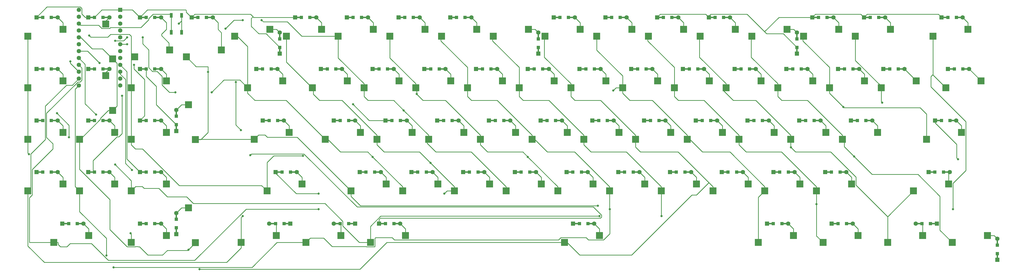
<source format=gbl>
%TF.GenerationSoftware,KiCad,Pcbnew,5.99.0-unknown-4f191ce2c7~125~ubuntu18.04.1*%
%TF.CreationDate,2021-04-25T16:47:38-05:00*%
%TF.ProjectId,southpawpcb,736f7574-6870-4617-9770-63622e6b6963,rev?*%
%TF.SameCoordinates,Original*%
%TF.FileFunction,Copper,L2,Bot*%
%TF.FilePolarity,Positive*%
%FSLAX45Y45*%
G04 Gerber Fmt 4.5, Leading zero omitted, Abs format (unit mm)*
G04 Created by KiCad (PCBNEW 5.99.0-unknown-4f191ce2c7~125~ubuntu18.04.1) date 2021-04-25 16:47:38*
%MOMM*%
%LPD*%
G01*
G04 APERTURE LIST*
%TA.AperFunction,SMDPad,CuDef*%
%ADD10R,2.550000X2.500000*%
%TD*%
%TA.AperFunction,SMDPad,CuDef*%
%ADD11R,2.500000X2.550000*%
%TD*%
%TA.AperFunction,ComponentPad*%
%ADD12R,1.600000X1.600000*%
%TD*%
%TA.AperFunction,SMDPad,CuDef*%
%ADD13R,2.500000X0.500000*%
%TD*%
%TA.AperFunction,SMDPad,CuDef*%
%ADD14R,1.200000X1.200000*%
%TD*%
%TA.AperFunction,ComponentPad*%
%ADD15C,1.600000*%
%TD*%
%TA.AperFunction,SMDPad,CuDef*%
%ADD16R,0.500000X2.500000*%
%TD*%
%TA.AperFunction,SMDPad,CuDef*%
%ADD17R,1.000000X1.700000*%
%TD*%
%TA.AperFunction,ViaPad*%
%ADD18C,0.800000*%
%TD*%
%TA.AperFunction,Conductor*%
%ADD19C,0.250000*%
%TD*%
G04 APERTURE END LIST*
D10*
%TO.P,K1,1,COL*%
%TO.N,Net-(K1-Pad1)*%
X1150870Y-2361375D03*
%TO.P,K1,2,ROW*%
%TO.N,Net-(D1-Pad2)*%
X2443570Y-2107375D03*
%TD*%
%TO.P,K24,1,COL*%
%TO.N,Net-(K15-Pad1)*%
X11628350Y-4266375D03*
%TO.P,K24,2,ROW*%
%TO.N,Net-(D24-Pad2)*%
X12921050Y-4012375D03*
%TD*%
%TO.P,K19,1,COL*%
%TO.N,Net-(K1-Pad1)*%
X1150870Y-4266375D03*
%TO.P,K19,2,ROW*%
%TO.N,Net-(D19-Pad2)*%
X2443570Y-4012375D03*
%TD*%
%TO.P,K18,1,COL*%
%TO.N,Net-(K18-Pad1)*%
X34488350Y-2361375D03*
%TO.P,K18,2,ROW*%
%TO.N,Net-(D18-Pad2)*%
X35781050Y-2107375D03*
%TD*%
%TO.P,K33,1,COL*%
%TO.N,Net-(K15-Pad1)*%
X28773350Y-4266375D03*
%TO.P,K33,2,ROW*%
%TO.N,Net-(D33-Pad2)*%
X30066050Y-4012375D03*
%TD*%
%TO.P,K47,1,COL*%
%TO.N,Net-(K11-Pad1)*%
X23534550Y-6171375D03*
%TO.P,K47,2,ROW*%
%TO.N,Net-(D47-Pad2)*%
X24827250Y-5917375D03*
%TD*%
%TO.P,K17,1,COL*%
%TO.N,Net-(K17-Pad1)*%
X31630850Y-2361375D03*
%TO.P,K17,2,ROW*%
%TO.N,Net-(D17-Pad2)*%
X32923550Y-2107375D03*
%TD*%
%TO.P,K34,1,COL*%
%TO.N,Net-(K16-Pad1)*%
X30678350Y-4266375D03*
%TO.P,K34,2,ROW*%
%TO.N,Net-(D34-Pad2)*%
X31971050Y-4012375D03*
%TD*%
%TO.P,K78,1,COL*%
%TO.N,Net-(K15-Pad1)*%
X35202750Y-9981375D03*
%TO.P,K78,2,ROW*%
%TO.N,Net-(D78-Pad2)*%
X36495450Y-9727375D03*
%TD*%
%TO.P,K45,1,COL*%
%TO.N,Net-(K18-Pad1)*%
X19724550Y-6171375D03*
%TO.P,K45,2,ROW*%
%TO.N,Net-(D45-Pad2)*%
X21017250Y-5917375D03*
%TD*%
%TO.P,K32,1,COL*%
%TO.N,Net-(K14-Pad1)*%
X26868350Y-4266375D03*
%TO.P,K32,2,ROW*%
%TO.N,Net-(D32-Pad2)*%
X28161050Y-4012375D03*
%TD*%
%TO.P,K13,1,COL*%
%TO.N,Net-(K13-Pad1)*%
X24010850Y-2361375D03*
%TO.P,K13,2,ROW*%
%TO.N,Net-(D13-Pad2)*%
X25303550Y-2107375D03*
%TD*%
%TO.P,K66,1,COL*%
%TO.N,Net-(K12-Pad1)*%
X28297150Y-8076375D03*
%TO.P,K66,2,ROW*%
%TO.N,Net-(D66-Pad2)*%
X29589850Y-7822375D03*
%TD*%
%TO.P,K75,1,COL*%
%TO.N,Net-(K12-Pad1)*%
X28058950Y-9981375D03*
%TO.P,K75,2,ROW*%
%TO.N,Net-(D75-Pad2)*%
X29351650Y-9727375D03*
%TD*%
%TO.P,K23,1,COL*%
%TO.N,Net-(K14-Pad1)*%
X9247150Y-4266375D03*
%TO.P,K23,2,ROW*%
%TO.N,Net-(D23-Pad2)*%
X10539850Y-4012375D03*
%TD*%
%TO.P,K7,1,COL*%
%TO.N,Net-(K16-Pad1)*%
X12580850Y-2361375D03*
%TO.P,K7,2,ROW*%
%TO.N,Net-(D7-Pad2)*%
X13873550Y-2107375D03*
%TD*%
D11*
%TO.P,K2,1,COL*%
%TO.N,Net-(D2-Pad2)*%
X4018370Y-1906875D03*
%TO.P,K2,2,ROW*%
%TO.N,Net-(K11-Pad1)*%
X4272370Y-3199575D03*
%TD*%
D10*
%TO.P,K4,1,COL*%
%TO.N,Net-(D4-Pad2)*%
X8282870Y-2869375D03*
%TO.P,K4,2,ROW*%
%TO.N,Net-(K13-Pad1)*%
X6990170Y-3123375D03*
%TD*%
%TO.P,K3,1,COL*%
%TO.N,Net-(D3-Pad2)*%
X6377870Y-2869375D03*
%TO.P,K3,2,ROW*%
%TO.N,Net-(K12-Pad1)*%
X5085170Y-3123375D03*
%TD*%
%TO.P,K21,1,COL*%
%TO.N,Net-(K12-Pad1)*%
X4960870Y-4266375D03*
%TO.P,K21,2,ROW*%
%TO.N,Net-(D21-Pad2)*%
X6253570Y-4012375D03*
%TD*%
%TO.P,K74,1,COL*%
%TO.N,Net-(K11-Pad1)*%
X20915250Y-9981375D03*
%TO.P,K74,2,ROW*%
%TO.N,Net-(D74-Pad2)*%
X22207950Y-9727375D03*
%TD*%
%TO.P,K29,1,COL*%
%TO.N,Net-(K11-Pad1)*%
X21153350Y-4266375D03*
%TO.P,K29,2,ROW*%
%TO.N,Net-(D29-Pad2)*%
X22446050Y-4012375D03*
%TD*%
%TO.P,K44,1,COL*%
%TO.N,Net-(K17-Pad1)*%
X17819550Y-6171375D03*
%TO.P,K44,2,ROW*%
%TO.N,Net-(D44-Pad2)*%
X19112250Y-5917375D03*
%TD*%
D11*
%TO.P,K20,1,COL*%
%TO.N,Net-(D20-Pad2)*%
X4018370Y-3811875D03*
%TO.P,K20,2,ROW*%
%TO.N,Net-(K11-Pad1)*%
X4272370Y-5104575D03*
%TD*%
D10*
%TO.P,K42,1,COL*%
%TO.N,Net-(K15-Pad1)*%
X14009550Y-6171375D03*
%TO.P,K42,2,ROW*%
%TO.N,Net-(D42-Pad2)*%
X15302250Y-5917375D03*
%TD*%
%TO.P,K76,1,COL*%
%TO.N,Net-(K13-Pad1)*%
X30440250Y-9981375D03*
%TO.P,K76,2,ROW*%
%TO.N,Net-(D76-Pad2)*%
X31732950Y-9727375D03*
%TD*%
%TO.P,K53,1,COL*%
%TO.N,Net-(K17-Pad1)*%
X1150870Y-8076375D03*
%TO.P,K53,2,ROW*%
%TO.N,Net-(D53-Pad2)*%
X2443570Y-7822375D03*
%TD*%
%TO.P,K48,1,COL*%
%TO.N,Net-(K12-Pad1)*%
X25439550Y-6171375D03*
%TO.P,K48,2,ROW*%
%TO.N,Net-(D48-Pad2)*%
X26732250Y-5917375D03*
%TD*%
%TO.P,K61,1,COL*%
%TO.N,Net-(K16-Pad1)*%
X18772150Y-8076375D03*
%TO.P,K61,2,ROW*%
%TO.N,Net-(D61-Pad2)*%
X20064850Y-7822375D03*
%TD*%
%TO.P,K12,1,COL*%
%TO.N,Net-(K12-Pad1)*%
X22105850Y-2361375D03*
%TO.P,K12,2,ROW*%
%TO.N,Net-(D12-Pad2)*%
X23398550Y-2107375D03*
%TD*%
%TO.P,K39,1,COL*%
%TO.N,Net-(K12-Pad1)*%
X4960870Y-6171375D03*
%TO.P,K39,2,ROW*%
%TO.N,Net-(D39-Pad2)*%
X6253570Y-5917375D03*
%TD*%
D11*
%TO.P,K56,1,COL*%
%TO.N,Net-(K11-Pad1)*%
X7320370Y-9991375D03*
%TO.P,K56,2,ROW*%
%TO.N,Net-(D56-Pad2)*%
X7066370Y-8698675D03*
%TD*%
D10*
%TO.P,K50,1,COL*%
%TO.N,Net-(K14-Pad1)*%
X29249550Y-6171375D03*
%TO.P,K50,2,ROW*%
%TO.N,Net-(D50-Pad2)*%
X30542250Y-5917375D03*
%TD*%
%TO.P,K55,1,COL*%
%TO.N,Net-(K1-Pad1)*%
X4960870Y-8076375D03*
%TO.P,K55,2,ROW*%
%TO.N,Net-(D55-Pad2)*%
X6253570Y-7822375D03*
%TD*%
%TO.P,K52,1,COL*%
%TO.N,Net-(K16-Pad1)*%
X34250250Y-6171375D03*
%TO.P,K52,2,ROW*%
%TO.N,Net-(D52-Pad2)*%
X35542950Y-5917375D03*
%TD*%
%TO.P,K38,1,COL*%
%TO.N,Net-(K11-Pad1)*%
X3055870Y-6171375D03*
%TO.P,K38,2,ROW*%
%TO.N,Net-(D38-Pad2)*%
X4348570Y-5917375D03*
%TD*%
%TO.P,K58,1,COL*%
%TO.N,Net-(K13-Pad1)*%
X13057150Y-8076375D03*
%TO.P,K58,2,ROW*%
%TO.N,Net-(D58-Pad2)*%
X14349850Y-7822375D03*
%TD*%
%TO.P,K60,1,COL*%
%TO.N,Net-(K15-Pad1)*%
X16867150Y-8076375D03*
%TO.P,K60,2,ROW*%
%TO.N,Net-(D60-Pad2)*%
X18159850Y-7822375D03*
%TD*%
%TO.P,K62,1,COL*%
%TO.N,Net-(K17-Pad1)*%
X20677150Y-8076375D03*
%TO.P,K62,2,ROW*%
%TO.N,Net-(D62-Pad2)*%
X21969850Y-7822375D03*
%TD*%
%TO.P,K10,1,COL*%
%TO.N,Net-(K1-Pad1)*%
X18295850Y-2361375D03*
%TO.P,K10,2,ROW*%
%TO.N,Net-(D10-Pad2)*%
X19588550Y-2107375D03*
%TD*%
%TO.P,K14,1,COL*%
%TO.N,Net-(K14-Pad1)*%
X25915850Y-2361375D03*
%TO.P,K14,2,ROW*%
%TO.N,Net-(D14-Pad2)*%
X27208550Y-2107375D03*
%TD*%
%TO.P,K11,1,COL*%
%TO.N,Net-(K11-Pad1)*%
X20200850Y-2361375D03*
%TO.P,K11,2,ROW*%
%TO.N,Net-(D11-Pad2)*%
X21493550Y-2107375D03*
%TD*%
%TO.P,K51,1,COL*%
%TO.N,Net-(K15-Pad1)*%
X31154550Y-6171375D03*
%TO.P,K51,2,ROW*%
%TO.N,Net-(D51-Pad2)*%
X32447250Y-5917375D03*
%TD*%
%TO.P,K57,1,COL*%
%TO.N,Net-(K12-Pad1)*%
X9961450Y-8076375D03*
%TO.P,K57,2,ROW*%
%TO.N,Net-(D57-Pad2)*%
X11254150Y-7822375D03*
%TD*%
%TO.P,K54,1,COL*%
%TO.N,Net-(K18-Pad1)*%
X3055870Y-8076375D03*
%TO.P,K54,2,ROW*%
%TO.N,Net-(D54-Pad2)*%
X4348570Y-7822375D03*
%TD*%
%TO.P,K9,1,COL*%
%TO.N,Net-(K18-Pad1)*%
X16390850Y-2361375D03*
%TO.P,K9,2,ROW*%
%TO.N,Net-(D9-Pad2)*%
X17683550Y-2107375D03*
%TD*%
%TO.P,K36,1,COL*%
%TO.N,Net-(K18-Pad1)*%
X34964550Y-4266375D03*
%TO.P,K36,2,ROW*%
%TO.N,Net-(D36-Pad2)*%
X36257250Y-4012375D03*
%TD*%
%TO.P,K37,1,COL*%
%TO.N,Net-(K1-Pad1)*%
X1150870Y-6171375D03*
%TO.P,K37,2,ROW*%
%TO.N,Net-(D37-Pad2)*%
X2443570Y-5917375D03*
%TD*%
%TO.P,K16,1,COL*%
%TO.N,Net-(K16-Pad1)*%
X29725850Y-2361375D03*
%TO.P,K16,2,ROW*%
%TO.N,Net-(D16-Pad2)*%
X31018550Y-2107375D03*
%TD*%
D11*
%TO.P,K22,1,COL*%
%TO.N,Net-(K13-Pad1)*%
X7320370Y-6181375D03*
%TO.P,K22,2,ROW*%
%TO.N,Net-(D22-Pad2)*%
X7066370Y-4888675D03*
%TD*%
D10*
%TO.P,K15,1,COL*%
%TO.N,Net-(K15-Pad1)*%
X27820850Y-2361375D03*
%TO.P,K15,2,ROW*%
%TO.N,Net-(D15-Pad2)*%
X29113550Y-2107375D03*
%TD*%
%TO.P,K72,1,COL*%
%TO.N,Net-(K18-Pad1)*%
X11390250Y-9981375D03*
%TO.P,K72,2,ROW*%
%TO.N,Net-(D72-Pad2)*%
X12682950Y-9727375D03*
%TD*%
%TO.P,K49,1,COL*%
%TO.N,Net-(K13-Pad1)*%
X27344550Y-6171375D03*
%TO.P,K49,2,ROW*%
%TO.N,Net-(D49-Pad2)*%
X28637250Y-5917375D03*
%TD*%
%TO.P,K73,1,COL*%
%TO.N,Net-(K1-Pad1)*%
X13771450Y-9981375D03*
%TO.P,K73,2,ROW*%
%TO.N,Net-(D73-Pad2)*%
X15064150Y-9727375D03*
%TD*%
%TO.P,K43,1,COL*%
%TO.N,Net-(K16-Pad1)*%
X15914550Y-6171375D03*
%TO.P,K43,2,ROW*%
%TO.N,Net-(D43-Pad2)*%
X17207250Y-5917375D03*
%TD*%
%TO.P,K41,1,COL*%
%TO.N,Net-(K14-Pad1)*%
X12104550Y-6171375D03*
%TO.P,K41,2,ROW*%
%TO.N,Net-(D41-Pad2)*%
X13397250Y-5917375D03*
%TD*%
%TO.P,K63,1,COL*%
%TO.N,Net-(K18-Pad1)*%
X22582150Y-8076375D03*
%TO.P,K63,2,ROW*%
%TO.N,Net-(D63-Pad2)*%
X23874850Y-7822375D03*
%TD*%
%TO.P,K40,1,COL*%
%TO.N,Net-(K13-Pad1)*%
X9485250Y-6171375D03*
%TO.P,K40,2,ROW*%
%TO.N,Net-(D40-Pad2)*%
X10777950Y-5917375D03*
%TD*%
%TO.P,K31,1,COL*%
%TO.N,Net-(K13-Pad1)*%
X24963350Y-4266375D03*
%TO.P,K31,2,ROW*%
%TO.N,Net-(D31-Pad2)*%
X26256050Y-4012375D03*
%TD*%
%TO.P,K35,1,COL*%
%TO.N,Net-(K17-Pad1)*%
X32583350Y-4266375D03*
%TO.P,K35,2,ROW*%
%TO.N,Net-(D35-Pad2)*%
X33876050Y-4012375D03*
%TD*%
%TO.P,K30,1,COL*%
%TO.N,Net-(K12-Pad1)*%
X23058350Y-4266375D03*
%TO.P,K30,2,ROW*%
%TO.N,Net-(D30-Pad2)*%
X24351050Y-4012375D03*
%TD*%
%TO.P,K6,1,COL*%
%TO.N,Net-(K15-Pad1)*%
X10675850Y-2361375D03*
%TO.P,K6,2,ROW*%
%TO.N,Net-(D6-Pad2)*%
X11968550Y-2107375D03*
%TD*%
%TO.P,K26,1,COL*%
%TO.N,Net-(K17-Pad1)*%
X15438350Y-4266375D03*
%TO.P,K26,2,ROW*%
%TO.N,Net-(D26-Pad2)*%
X16731050Y-4012375D03*
%TD*%
%TO.P,K67,1,COL*%
%TO.N,Net-(K13-Pad1)*%
X30202150Y-8076375D03*
%TO.P,K67,2,ROW*%
%TO.N,Net-(D67-Pad2)*%
X31494850Y-7822375D03*
%TD*%
%TO.P,K68,1,COL*%
%TO.N,Net-(K14-Pad1)*%
X33773950Y-8076375D03*
%TO.P,K68,2,ROW*%
%TO.N,Net-(D68-Pad2)*%
X35066650Y-7822375D03*
%TD*%
%TO.P,K70,1,COL*%
%TO.N,Net-(K16-Pad1)*%
X4960870Y-9981375D03*
%TO.P,K70,2,ROW*%
%TO.N,Net-(D70-Pad2)*%
X6253570Y-9727375D03*
%TD*%
%TO.P,K71,1,COL*%
%TO.N,Net-(K17-Pad1)*%
X9008950Y-9981375D03*
%TO.P,K71,2,ROW*%
%TO.N,Net-(D71-Pad2)*%
X10301650Y-9727375D03*
%TD*%
%TO.P,K64,1,COL*%
%TO.N,Net-(K1-Pad1)*%
X24487150Y-8076375D03*
%TO.P,K64,2,ROW*%
%TO.N,Net-(D64-Pad2)*%
X25779850Y-7822375D03*
%TD*%
%TO.P,K5,1,COL*%
%TO.N,Net-(K14-Pad1)*%
X8770850Y-2361375D03*
%TO.P,K5,2,ROW*%
%TO.N,Net-(D5-Pad2)*%
X10063550Y-2107375D03*
%TD*%
%TO.P,K27,1,COL*%
%TO.N,Net-(K18-Pad1)*%
X17343350Y-4266375D03*
%TO.P,K27,2,ROW*%
%TO.N,Net-(D27-Pad2)*%
X18636050Y-4012375D03*
%TD*%
%TO.P,K28,1,COL*%
%TO.N,Net-(K1-Pad1)*%
X19248350Y-4266375D03*
%TO.P,K28,2,ROW*%
%TO.N,Net-(D28-Pad2)*%
X20541050Y-4012375D03*
%TD*%
%TO.P,K8,1,COL*%
%TO.N,Net-(K17-Pad1)*%
X14485850Y-2361375D03*
%TO.P,K8,2,ROW*%
%TO.N,Net-(D8-Pad2)*%
X15778550Y-2107375D03*
%TD*%
%TO.P,K25,1,COL*%
%TO.N,Net-(K16-Pad1)*%
X13533350Y-4266375D03*
%TO.P,K25,2,ROW*%
%TO.N,Net-(D25-Pad2)*%
X14826050Y-4012375D03*
%TD*%
%TO.P,K59,1,COL*%
%TO.N,Net-(K14-Pad1)*%
X14962150Y-8076375D03*
%TO.P,K59,2,ROW*%
%TO.N,Net-(D59-Pad2)*%
X16254850Y-7822375D03*
%TD*%
%TO.P,K77,1,COL*%
%TO.N,Net-(K14-Pad1)*%
X32821450Y-9981375D03*
%TO.P,K77,2,ROW*%
%TO.N,Net-(D77-Pad2)*%
X34114150Y-9727375D03*
%TD*%
%TO.P,K69,1,COL*%
%TO.N,Net-(K15-Pad1)*%
X2103370Y-9981375D03*
%TO.P,K69,2,ROW*%
%TO.N,Net-(D69-Pad2)*%
X3396070Y-9727375D03*
%TD*%
%TO.P,K65,1,COL*%
%TO.N,Net-(K11-Pad1)*%
X26392150Y-8076375D03*
%TO.P,K65,2,ROW*%
%TO.N,Net-(D65-Pad2)*%
X27684850Y-7822375D03*
%TD*%
%TO.P,K46,1,COL*%
%TO.N,Net-(K1-Pad1)*%
X21629550Y-6171375D03*
%TO.P,K46,2,ROW*%
%TO.N,Net-(D46-Pad2)*%
X22922250Y-5917375D03*
%TD*%
D12*
%TO.P,D27,1,K*%
%TO.N,Net-(D19-Pad1)*%
X17661850Y-3567875D03*
D13*
X17781850Y-3567875D03*
D14*
X17894350Y-3567875D03*
D13*
%TO.P,D27,2,A*%
%TO.N,Net-(D27-Pad2)*%
X18321850Y-3567875D03*
D15*
X18441850Y-3567875D03*
D14*
X18209350Y-3567875D03*
%TD*%
D13*
%TO.P,D1,1,K*%
%TO.N,Net-(D1-Pad1)*%
X1589370Y-1662875D03*
D12*
X1469370Y-1662875D03*
D14*
X1701870Y-1662875D03*
%TO.P,D1,2,A*%
%TO.N,Net-(D1-Pad2)*%
X2016870Y-1662875D03*
D13*
X2129370Y-1662875D03*
D15*
X2249370Y-1662875D03*
%TD*%
D13*
%TO.P,D41,1,K*%
%TO.N,Net-(D37-Pad1)*%
X12543050Y-5472875D03*
D12*
X12423050Y-5472875D03*
D14*
X12655550Y-5472875D03*
D15*
%TO.P,D41,2,A*%
%TO.N,Net-(D41-Pad2)*%
X13203050Y-5472875D03*
D14*
X12970550Y-5472875D03*
D13*
X13083050Y-5472875D03*
%TD*%
%TO.P,D59,1,K*%
%TO.N,Net-(D55-Pad1)*%
X15400650Y-7377875D03*
D14*
X15513150Y-7377875D03*
D12*
X15280650Y-7377875D03*
D13*
%TO.P,D59,2,A*%
%TO.N,Net-(D59-Pad2)*%
X15940650Y-7377875D03*
D14*
X15828150Y-7377875D03*
D15*
X16060650Y-7377875D03*
%TD*%
D14*
%TO.P,D24,1,K*%
%TO.N,Net-(D19-Pad1)*%
X12179350Y-3567875D03*
D12*
X11946850Y-3567875D03*
D13*
X12066850Y-3567875D03*
%TO.P,D24,2,A*%
%TO.N,Net-(D24-Pad2)*%
X12606850Y-3567875D03*
D14*
X12494350Y-3567875D03*
D15*
X12726850Y-3567875D03*
%TD*%
D14*
%TO.P,D35,1,K*%
%TO.N,Net-(D28-Pad1)*%
X32896250Y-3567875D03*
D12*
X32663750Y-3567875D03*
D13*
X32783750Y-3567875D03*
D14*
%TO.P,D35,2,A*%
%TO.N,Net-(D35-Pad2)*%
X33211250Y-3567875D03*
D15*
X33443750Y-3567875D03*
D13*
X33323750Y-3567875D03*
%TD*%
D12*
%TO.P,D30,1,K*%
%TO.N,Net-(D28-Pad1)*%
X23376850Y-3567875D03*
D14*
X23609350Y-3567875D03*
D13*
X23496850Y-3567875D03*
D15*
%TO.P,D30,2,A*%
%TO.N,Net-(D30-Pad2)*%
X24156850Y-3567875D03*
D13*
X24036850Y-3567875D03*
D14*
X23924350Y-3567875D03*
%TD*%
D12*
%TO.P,D33,1,K*%
%TO.N,Net-(D28-Pad1)*%
X29091850Y-3567875D03*
D13*
X29211850Y-3567875D03*
D14*
X29324350Y-3567875D03*
D15*
%TO.P,D33,2,A*%
%TO.N,Net-(D33-Pad2)*%
X29871850Y-3567875D03*
D14*
X29639350Y-3567875D03*
D13*
X29751850Y-3567875D03*
%TD*%
%TO.P,D73,1,K*%
%TO.N,Net-(D73-Pad1)*%
X14209950Y-9282875D03*
D12*
X14089950Y-9282875D03*
D14*
X14322450Y-9282875D03*
D13*
%TO.P,D73,2,A*%
%TO.N,Net-(D73-Pad2)*%
X14749950Y-9282875D03*
D14*
X14637450Y-9282875D03*
D15*
X14869950Y-9282875D03*
%TD*%
D14*
%TO.P,D43,1,K*%
%TO.N,Net-(D37-Pad1)*%
X16465550Y-5472875D03*
D13*
X16353050Y-5472875D03*
D12*
X16233050Y-5472875D03*
D14*
%TO.P,D43,2,A*%
%TO.N,Net-(D43-Pad2)*%
X16780550Y-5472875D03*
D15*
X17013050Y-5472875D03*
D13*
X16893050Y-5472875D03*
%TD*%
D12*
%TO.P,D5,1,K*%
%TO.N,Net-(D1-Pad1)*%
X10431850Y-3005375D03*
D14*
X10431850Y-2772875D03*
D16*
X10431850Y-2885375D03*
%TO.P,D5,2,A*%
%TO.N,Net-(D5-Pad2)*%
X10431850Y-2345375D03*
D15*
X10431850Y-2225375D03*
D14*
X10431850Y-2457875D03*
%TD*%
D13*
%TO.P,D55,1,K*%
%TO.N,Net-(D55-Pad1)*%
X5399370Y-7377875D03*
D14*
X5511870Y-7377875D03*
D12*
X5279370Y-7377875D03*
D15*
%TO.P,D55,2,A*%
%TO.N,Net-(D55-Pad2)*%
X6059370Y-7377875D03*
D14*
X5826870Y-7377875D03*
D13*
X5939370Y-7377875D03*
%TD*%
D12*
%TO.P,D29,1,K*%
%TO.N,Net-(D28-Pad1)*%
X21471850Y-3567875D03*
D13*
X21591850Y-3567875D03*
D14*
X21704350Y-3567875D03*
D15*
%TO.P,D29,2,A*%
%TO.N,Net-(D29-Pad2)*%
X22251850Y-3567875D03*
D14*
X22019350Y-3567875D03*
D13*
X22131850Y-3567875D03*
%TD*%
D12*
%TO.P,D63,1,K*%
%TO.N,Net-(D55-Pad1)*%
X22900650Y-7377875D03*
D14*
X23133150Y-7377875D03*
D13*
X23020650Y-7377875D03*
%TO.P,D63,2,A*%
%TO.N,Net-(D63-Pad2)*%
X23560650Y-7377875D03*
D14*
X23448150Y-7377875D03*
D15*
X23680650Y-7377875D03*
%TD*%
D14*
%TO.P,D11,1,K*%
%TO.N,Net-(D10-Pad1)*%
X20751850Y-1662875D03*
D12*
X20519350Y-1662875D03*
D13*
X20639350Y-1662875D03*
D15*
%TO.P,D11,2,A*%
%TO.N,Net-(D11-Pad2)*%
X21299350Y-1662875D03*
D13*
X21179350Y-1662875D03*
D14*
X21066850Y-1662875D03*
%TD*%
D12*
%TO.P,D51,1,K*%
%TO.N,Net-(D46-Pad1)*%
X31473050Y-5472875D03*
D13*
X31593050Y-5472875D03*
D14*
X31705550Y-5472875D03*
D15*
%TO.P,D51,2,A*%
%TO.N,Net-(D51-Pad2)*%
X32253050Y-5472875D03*
D13*
X32133050Y-5472875D03*
D14*
X32020550Y-5472875D03*
%TD*%
D12*
%TO.P,D46,1,K*%
%TO.N,Net-(D46-Pad1)*%
X21948050Y-5472875D03*
D13*
X22068050Y-5472875D03*
D14*
X22180550Y-5472875D03*
%TO.P,D46,2,A*%
%TO.N,Net-(D46-Pad2)*%
X22495550Y-5472875D03*
D13*
X22608050Y-5472875D03*
D15*
X22728050Y-5472875D03*
%TD*%
D12*
%TO.P,D44,1,K*%
%TO.N,Net-(D37-Pad1)*%
X18138050Y-5472875D03*
D14*
X18370550Y-5472875D03*
D13*
X18258050Y-5472875D03*
D14*
%TO.P,D44,2,A*%
%TO.N,Net-(D44-Pad2)*%
X18685550Y-5472875D03*
D15*
X18918050Y-5472875D03*
D13*
X18798050Y-5472875D03*
%TD*%
%TO.P,D6,1,K*%
%TO.N,Net-(D1-Pad1)*%
X11114350Y-1662875D03*
D12*
X10994350Y-1662875D03*
D14*
X11226850Y-1662875D03*
D13*
%TO.P,D6,2,A*%
%TO.N,Net-(D6-Pad2)*%
X11654350Y-1662875D03*
D15*
X11774350Y-1662875D03*
D14*
X11541850Y-1662875D03*
%TD*%
%TO.P,D66,1,K*%
%TO.N,Net-(D64-Pad1)*%
X28848150Y-7377875D03*
D13*
X28735650Y-7377875D03*
D12*
X28615650Y-7377875D03*
D13*
%TO.P,D66,2,A*%
%TO.N,Net-(D66-Pad2)*%
X29275650Y-7377875D03*
D14*
X29163150Y-7377875D03*
D15*
X29395650Y-7377875D03*
%TD*%
D12*
%TO.P,D13,1,K*%
%TO.N,Net-(D10-Pad1)*%
X24329350Y-1662875D03*
D13*
X24449350Y-1662875D03*
D14*
X24561850Y-1662875D03*
D13*
%TO.P,D13,2,A*%
%TO.N,Net-(D13-Pad2)*%
X24989350Y-1662875D03*
D14*
X24876850Y-1662875D03*
D15*
X25109350Y-1662875D03*
%TD*%
D13*
%TO.P,D28,1,K*%
%TO.N,Net-(D28-Pad1)*%
X19686850Y-3567875D03*
D12*
X19566850Y-3567875D03*
D14*
X19799350Y-3567875D03*
D15*
%TO.P,D28,2,A*%
%TO.N,Net-(D28-Pad2)*%
X20346850Y-3567875D03*
D14*
X20114350Y-3567875D03*
D13*
X20226850Y-3567875D03*
%TD*%
D14*
%TO.P,D8,1,K*%
%TO.N,Net-(D1-Pad1)*%
X15036850Y-1662875D03*
D13*
X14924350Y-1662875D03*
D12*
X14804350Y-1662875D03*
D13*
%TO.P,D8,2,A*%
%TO.N,Net-(D8-Pad2)*%
X15464350Y-1662875D03*
D14*
X15351850Y-1662875D03*
D15*
X15584350Y-1662875D03*
%TD*%
D13*
%TO.P,D75,1,K*%
%TO.N,Net-(D73-Pad1)*%
X28497450Y-9282875D03*
D14*
X28609950Y-9282875D03*
D12*
X28377450Y-9282875D03*
D15*
%TO.P,D75,2,A*%
%TO.N,Net-(D75-Pad2)*%
X29157450Y-9282875D03*
D13*
X29037450Y-9282875D03*
D14*
X28924950Y-9282875D03*
%TD*%
D12*
%TO.P,D70,1,K*%
%TO.N,Net-(D64-Pad1)*%
X5279370Y-9282875D03*
D14*
X5511870Y-9282875D03*
D13*
X5399370Y-9282875D03*
D14*
%TO.P,D70,2,A*%
%TO.N,Net-(D70-Pad2)*%
X5826870Y-9282875D03*
D13*
X5939370Y-9282875D03*
D15*
X6059370Y-9282875D03*
%TD*%
D12*
%TO.P,D49,1,K*%
%TO.N,Net-(D46-Pad1)*%
X27663050Y-5472875D03*
D13*
X27783050Y-5472875D03*
D14*
X27895550Y-5472875D03*
%TO.P,D49,2,A*%
%TO.N,Net-(D49-Pad2)*%
X28210550Y-5472875D03*
D15*
X28443050Y-5472875D03*
D13*
X28323050Y-5472875D03*
%TD*%
D14*
%TO.P,D76,1,K*%
%TO.N,Net-(D73-Pad1)*%
X30991250Y-9282875D03*
D13*
X30878750Y-9282875D03*
D12*
X30758750Y-9282875D03*
D13*
%TO.P,D76,2,A*%
%TO.N,Net-(D76-Pad2)*%
X31418750Y-9282875D03*
D14*
X31306250Y-9282875D03*
D15*
X31538750Y-9282875D03*
%TD*%
D13*
%TO.P,D74,1,K*%
%TO.N,Net-(D73-Pad1)*%
X21353750Y-9282875D03*
D14*
X21466250Y-9282875D03*
D12*
X21233750Y-9282875D03*
D13*
%TO.P,D74,2,A*%
%TO.N,Net-(D74-Pad2)*%
X21893750Y-9282875D03*
D15*
X22013750Y-9282875D03*
D14*
X21781250Y-9282875D03*
%TD*%
%TO.P,D64,1,K*%
%TO.N,Net-(D64-Pad1)*%
X25038150Y-7377875D03*
D13*
X24925650Y-7377875D03*
D12*
X24805650Y-7377875D03*
D15*
%TO.P,D64,2,A*%
%TO.N,Net-(D64-Pad2)*%
X25585650Y-7377875D03*
D14*
X25353150Y-7377875D03*
D13*
X25465650Y-7377875D03*
%TD*%
D14*
%TO.P,D9,1,K*%
%TO.N,Net-(D1-Pad1)*%
X16941850Y-1662875D03*
D13*
X16829350Y-1662875D03*
D12*
X16709350Y-1662875D03*
D15*
%TO.P,D9,2,A*%
%TO.N,Net-(D9-Pad2)*%
X17489350Y-1662875D03*
D14*
X17256850Y-1662875D03*
D13*
X17369350Y-1662875D03*
%TD*%
D12*
%TO.P,D31,1,K*%
%TO.N,Net-(D28-Pad1)*%
X25281850Y-3567875D03*
D14*
X25514350Y-3567875D03*
D13*
X25401850Y-3567875D03*
%TO.P,D31,2,A*%
%TO.N,Net-(D31-Pad2)*%
X25941850Y-3567875D03*
D14*
X25829350Y-3567875D03*
D15*
X26061850Y-3567875D03*
%TD*%
D14*
%TO.P,D32,1,K*%
%TO.N,Net-(D28-Pad1)*%
X27419350Y-3567875D03*
D13*
X27306850Y-3567875D03*
D12*
X27186850Y-3567875D03*
D13*
%TO.P,D32,2,A*%
%TO.N,Net-(D32-Pad2)*%
X27846850Y-3567875D03*
D14*
X27734350Y-3567875D03*
D15*
X27966850Y-3567875D03*
%TD*%
D14*
%TO.P,D17,1,K*%
%TO.N,Net-(D10-Pad1)*%
X32181850Y-1662875D03*
D12*
X31949350Y-1662875D03*
D13*
X32069350Y-1662875D03*
%TO.P,D17,2,A*%
%TO.N,Net-(D17-Pad2)*%
X32609350Y-1662875D03*
D15*
X32729350Y-1662875D03*
D14*
X32496850Y-1662875D03*
%TD*%
%TO.P,D23,1,K*%
%TO.N,Net-(D19-Pad1)*%
X9798150Y-3567875D03*
D13*
X9685650Y-3567875D03*
D12*
X9565650Y-3567875D03*
D15*
%TO.P,D23,2,A*%
%TO.N,Net-(D23-Pad2)*%
X10345650Y-3567875D03*
D14*
X10113150Y-3567875D03*
D13*
X10225650Y-3567875D03*
%TD*%
D12*
%TO.P,D56,1,K*%
%TO.N,Net-(D55-Pad1)*%
X6621870Y-9672875D03*
D14*
X6621870Y-9440375D03*
D16*
X6621870Y-9552875D03*
D15*
%TO.P,D56,2,A*%
%TO.N,Net-(D56-Pad2)*%
X6621870Y-8892875D03*
D16*
X6621870Y-9012875D03*
D14*
X6621870Y-9125375D03*
%TD*%
D13*
%TO.P,D40,1,K*%
%TO.N,Net-(D37-Pad1)*%
X9923750Y-5472875D03*
D14*
X10036250Y-5472875D03*
D12*
X9803750Y-5472875D03*
D13*
%TO.P,D40,2,A*%
%TO.N,Net-(D40-Pad2)*%
X10463750Y-5472875D03*
D14*
X10351250Y-5472875D03*
D15*
X10583750Y-5472875D03*
%TD*%
D17*
%TO.P,SW1,1,1*%
%TO.N,Net-(SW1-Pad1)*%
X6811870Y-1585995D03*
X6811870Y-2215995D03*
%TO.P,SW1,2,2*%
%TO.N,Net-(SW1-Pad2)*%
X6431870Y-2215995D03*
X6431870Y-1585995D03*
%TD*%
D14*
%TO.P,D69,1,K*%
%TO.N,Net-(D64-Pad1)*%
X2654370Y-9282875D03*
D13*
X2541870Y-9282875D03*
D12*
X2421870Y-9282875D03*
D14*
%TO.P,D69,2,A*%
%TO.N,Net-(D69-Pad2)*%
X2969370Y-9282875D03*
D13*
X3081870Y-9282875D03*
D15*
X3201870Y-9282875D03*
%TD*%
D13*
%TO.P,D20,1,K*%
%TO.N,Net-(D19-Pad1)*%
X3494370Y-3567875D03*
D12*
X3374370Y-3567875D03*
D14*
X3606870Y-3567875D03*
%TO.P,D20,2,A*%
%TO.N,Net-(D20-Pad2)*%
X3921870Y-3567875D03*
D15*
X4154370Y-3567875D03*
D13*
X4034370Y-3567875D03*
%TD*%
%TO.P,D34,1,K*%
%TO.N,Net-(D28-Pad1)*%
X31116850Y-3567875D03*
D14*
X31229350Y-3567875D03*
D12*
X30996850Y-3567875D03*
D15*
%TO.P,D34,2,A*%
%TO.N,Net-(D34-Pad2)*%
X31776850Y-3567875D03*
D13*
X31656850Y-3567875D03*
D14*
X31544350Y-3567875D03*
%TD*%
%TO.P,D58,1,K*%
%TO.N,Net-(D55-Pad1)*%
X13608150Y-7377875D03*
D13*
X13495650Y-7377875D03*
D12*
X13375650Y-7377875D03*
D14*
%TO.P,D58,2,A*%
%TO.N,Net-(D58-Pad2)*%
X13923150Y-7377875D03*
D13*
X14035650Y-7377875D03*
D15*
X14155650Y-7377875D03*
%TD*%
D12*
%TO.P,D12,1,K*%
%TO.N,Net-(D10-Pad1)*%
X22424350Y-1662875D03*
D13*
X22544350Y-1662875D03*
D14*
X22656850Y-1662875D03*
%TO.P,D12,2,A*%
%TO.N,Net-(D12-Pad2)*%
X22971850Y-1662875D03*
D15*
X23204350Y-1662875D03*
D13*
X23084350Y-1662875D03*
%TD*%
%TO.P,D38,1,K*%
%TO.N,Net-(D37-Pad1)*%
X3494370Y-5472875D03*
D12*
X3374370Y-5472875D03*
D14*
X3606870Y-5472875D03*
D13*
%TO.P,D38,2,A*%
%TO.N,Net-(D38-Pad2)*%
X4034370Y-5472875D03*
D14*
X3921870Y-5472875D03*
D15*
X4154370Y-5472875D03*
%TD*%
D12*
%TO.P,D18,1,K*%
%TO.N,Net-(D10-Pad1)*%
X34806850Y-1662875D03*
D13*
X34926850Y-1662875D03*
D14*
X35039350Y-1662875D03*
D15*
%TO.P,D18,2,A*%
%TO.N,Net-(D18-Pad2)*%
X35586850Y-1662875D03*
D14*
X35354350Y-1662875D03*
D13*
X35466850Y-1662875D03*
%TD*%
D12*
%TO.P,D68,1,K*%
%TO.N,Net-(D64-Pad1)*%
X34330650Y-7377875D03*
D13*
X34450650Y-7377875D03*
D14*
X34563150Y-7377875D03*
D15*
%TO.P,D68,2,A*%
%TO.N,Net-(D68-Pad2)*%
X35110650Y-7377875D03*
D13*
X34990650Y-7377875D03*
D14*
X34878150Y-7377875D03*
%TD*%
%TO.P,D14,1,K*%
%TO.N,Net-(D10-Pad1)*%
X26466850Y-1662875D03*
D13*
X26354350Y-1662875D03*
D12*
X26234350Y-1662875D03*
D13*
%TO.P,D14,2,A*%
%TO.N,Net-(D14-Pad2)*%
X26894350Y-1662875D03*
D15*
X27014350Y-1662875D03*
D14*
X26781850Y-1662875D03*
%TD*%
D12*
%TO.P,D65,1,K*%
%TO.N,Net-(D64-Pad1)*%
X26710650Y-7377875D03*
D14*
X26943150Y-7377875D03*
D13*
X26830650Y-7377875D03*
D15*
%TO.P,D65,2,A*%
%TO.N,Net-(D65-Pad2)*%
X27490650Y-7377875D03*
D13*
X27370650Y-7377875D03*
D14*
X27258150Y-7377875D03*
%TD*%
D13*
%TO.P,D37,1,K*%
%TO.N,Net-(D37-Pad1)*%
X1589370Y-5472875D03*
D14*
X1701870Y-5472875D03*
D12*
X1469370Y-5472875D03*
D14*
%TO.P,D37,2,A*%
%TO.N,Net-(D37-Pad2)*%
X2016870Y-5472875D03*
D15*
X2249370Y-5472875D03*
D13*
X2129370Y-5472875D03*
%TD*%
D12*
%TO.P,D52,1,K*%
%TO.N,Net-(D46-Pad1)*%
X34568750Y-5472875D03*
D14*
X34801250Y-5472875D03*
D13*
X34688750Y-5472875D03*
D14*
%TO.P,D52,2,A*%
%TO.N,Net-(D52-Pad2)*%
X35116250Y-5472875D03*
D13*
X35228750Y-5472875D03*
D15*
X35348750Y-5472875D03*
%TD*%
D14*
%TO.P,D61,1,K*%
%TO.N,Net-(D55-Pad1)*%
X19323150Y-7377875D03*
D13*
X19210650Y-7377875D03*
D12*
X19090650Y-7377875D03*
D14*
%TO.P,D61,2,A*%
%TO.N,Net-(D61-Pad2)*%
X19638150Y-7377875D03*
D13*
X19750650Y-7377875D03*
D15*
X19870650Y-7377875D03*
%TD*%
D13*
%TO.P,D62,1,K*%
%TO.N,Net-(D55-Pad1)*%
X21115650Y-7377875D03*
D14*
X21228150Y-7377875D03*
D12*
X20995650Y-7377875D03*
D14*
%TO.P,D62,2,A*%
%TO.N,Net-(D62-Pad2)*%
X21543150Y-7377875D03*
D13*
X21655650Y-7377875D03*
D15*
X21775650Y-7377875D03*
%TD*%
D12*
%TO.P,D36,1,K*%
%TO.N,Net-(D28-Pad1)*%
X35044950Y-3567875D03*
D13*
X35164950Y-3567875D03*
D14*
X35277450Y-3567875D03*
%TO.P,D36,2,A*%
%TO.N,Net-(D36-Pad2)*%
X35592450Y-3567875D03*
D13*
X35704950Y-3567875D03*
D15*
X35824950Y-3567875D03*
%TD*%
D12*
%TO.P,D67,1,K*%
%TO.N,Net-(D64-Pad1)*%
X30520650Y-7377875D03*
D14*
X30753150Y-7377875D03*
D13*
X30640650Y-7377875D03*
D14*
%TO.P,D67,2,A*%
%TO.N,Net-(D67-Pad2)*%
X31068150Y-7377875D03*
D13*
X31180650Y-7377875D03*
D15*
X31300650Y-7377875D03*
%TD*%
D16*
%TO.P,D15,1,K*%
%TO.N,Net-(D10-Pad1)*%
X29481850Y-2885375D03*
D12*
X29481850Y-3005375D03*
D14*
X29481850Y-2772875D03*
D16*
%TO.P,D15,2,A*%
%TO.N,Net-(D15-Pad2)*%
X29481850Y-2345375D03*
D14*
X29481850Y-2457875D03*
D15*
X29481850Y-2225375D03*
%TD*%
D12*
%TO.P,D47,1,K*%
%TO.N,Net-(D46-Pad1)*%
X23853050Y-5472875D03*
D14*
X24085550Y-5472875D03*
D13*
X23973050Y-5472875D03*
D14*
%TO.P,D47,2,A*%
%TO.N,Net-(D47-Pad2)*%
X24400550Y-5472875D03*
D13*
X24513050Y-5472875D03*
D15*
X24633050Y-5472875D03*
%TD*%
D14*
%TO.P,D57,1,K*%
%TO.N,Net-(D55-Pad1)*%
X10512450Y-7377875D03*
D12*
X10279950Y-7377875D03*
D13*
X10399950Y-7377875D03*
D15*
%TO.P,D57,2,A*%
%TO.N,Net-(D57-Pad2)*%
X11059950Y-7377875D03*
D14*
X10827450Y-7377875D03*
D13*
X10939950Y-7377875D03*
%TD*%
D12*
%TO.P,D19,1,K*%
%TO.N,Net-(D19-Pad1)*%
X1469370Y-3567875D03*
D14*
X1701870Y-3567875D03*
D13*
X1589370Y-3567875D03*
%TO.P,D19,2,A*%
%TO.N,Net-(D19-Pad2)*%
X2129370Y-3567875D03*
D15*
X2249370Y-3567875D03*
D14*
X2016870Y-3567875D03*
%TD*%
D13*
%TO.P,D54,1,K*%
%TO.N,Net-(D46-Pad1)*%
X3494370Y-7377875D03*
D12*
X3374370Y-7377875D03*
D14*
X3606870Y-7377875D03*
%TO.P,D54,2,A*%
%TO.N,Net-(D54-Pad2)*%
X3921870Y-7377875D03*
D13*
X4034370Y-7377875D03*
D15*
X4154370Y-7377875D03*
%TD*%
D14*
%TO.P,D10,1,K*%
%TO.N,Net-(D10-Pad1)*%
X19956850Y-2772875D03*
D12*
X19956850Y-3005375D03*
D16*
X19956850Y-2885375D03*
D15*
%TO.P,D10,2,A*%
%TO.N,Net-(D10-Pad2)*%
X19956850Y-2225375D03*
D14*
X19956850Y-2457875D03*
D16*
X19956850Y-2345375D03*
%TD*%
D12*
%TO.P,D22,1,K*%
%TO.N,Net-(D19-Pad1)*%
X6621870Y-5862875D03*
D14*
X6621870Y-5630375D03*
D16*
X6621870Y-5742875D03*
%TO.P,D22,2,A*%
%TO.N,Net-(D22-Pad2)*%
X6621870Y-5202875D03*
D15*
X6621870Y-5082875D03*
D14*
X6621870Y-5315375D03*
%TD*%
%TO.P,D16,1,K*%
%TO.N,Net-(D10-Pad1)*%
X30276850Y-1662875D03*
D12*
X30044350Y-1662875D03*
D13*
X30164350Y-1662875D03*
D15*
%TO.P,D16,2,A*%
%TO.N,Net-(D16-Pad2)*%
X30824350Y-1662875D03*
D13*
X30704350Y-1662875D03*
D14*
X30591850Y-1662875D03*
%TD*%
D13*
%TO.P,D45,1,K*%
%TO.N,Net-(D37-Pad1)*%
X20163050Y-5472875D03*
D12*
X20043050Y-5472875D03*
D14*
X20275550Y-5472875D03*
%TO.P,D45,2,A*%
%TO.N,Net-(D45-Pad2)*%
X20590550Y-5472875D03*
D15*
X20823050Y-5472875D03*
D13*
X20703050Y-5472875D03*
%TD*%
D12*
%TO.P,D77,1,K*%
%TO.N,Net-(D73-Pad1)*%
X34634350Y-9282875D03*
D14*
X34401850Y-9282875D03*
D13*
X34514350Y-9282875D03*
%TO.P,D77,2,A*%
%TO.N,Net-(D77-Pad2)*%
X33974350Y-9282875D03*
D15*
X33854350Y-9282875D03*
D14*
X34086850Y-9282875D03*
%TD*%
%TO.P,D78,1,K*%
%TO.N,Net-(D73-Pad1)*%
X36863750Y-10392875D03*
D12*
X36863750Y-10625375D03*
D16*
X36863750Y-10505375D03*
D14*
%TO.P,D78,2,A*%
%TO.N,Net-(D78-Pad2)*%
X36863750Y-10077875D03*
D15*
X36863750Y-9845375D03*
D16*
X36863750Y-9965375D03*
%TD*%
D12*
%TO.P,D71,1,K*%
%TO.N,Net-(D64-Pad1)*%
X10821850Y-9282875D03*
D13*
X10701850Y-9282875D03*
D14*
X10589350Y-9282875D03*
D13*
%TO.P,D71,2,A*%
%TO.N,Net-(D71-Pad2)*%
X10161850Y-9282875D03*
D15*
X10041850Y-9282875D03*
D14*
X10274350Y-9282875D03*
%TD*%
D13*
%TO.P,D25,1,K*%
%TO.N,Net-(D19-Pad1)*%
X13971850Y-3567875D03*
D12*
X13851850Y-3567875D03*
D14*
X14084350Y-3567875D03*
D13*
%TO.P,D25,2,A*%
%TO.N,Net-(D25-Pad2)*%
X14511850Y-3567875D03*
D15*
X14631850Y-3567875D03*
D14*
X14399350Y-3567875D03*
%TD*%
D12*
%TO.P,D3,1,K*%
%TO.N,Net-(D1-Pad1)*%
X5279370Y-1662875D03*
D13*
X5399370Y-1662875D03*
D14*
X5511870Y-1662875D03*
%TO.P,D3,2,A*%
%TO.N,Net-(D3-Pad2)*%
X5826870Y-1662875D03*
D15*
X6059370Y-1662875D03*
D13*
X5939370Y-1662875D03*
%TD*%
D14*
%TO.P,D4,1,K*%
%TO.N,Net-(D1-Pad1)*%
X7416870Y-1662875D03*
D12*
X7184370Y-1662875D03*
D13*
X7304370Y-1662875D03*
D15*
%TO.P,D4,2,A*%
%TO.N,Net-(D4-Pad2)*%
X7964370Y-1662875D03*
D14*
X7731870Y-1662875D03*
D13*
X7844370Y-1662875D03*
%TD*%
D12*
%TO.P,D42,1,K*%
%TO.N,Net-(D37-Pad1)*%
X14328050Y-5472875D03*
D14*
X14560550Y-5472875D03*
D13*
X14448050Y-5472875D03*
%TO.P,D42,2,A*%
%TO.N,Net-(D42-Pad2)*%
X14988050Y-5472875D03*
D14*
X14875550Y-5472875D03*
D15*
X15108050Y-5472875D03*
%TD*%
D14*
%TO.P,D60,1,K*%
%TO.N,Net-(D55-Pad1)*%
X17418150Y-7377875D03*
D12*
X17185650Y-7377875D03*
D13*
X17305650Y-7377875D03*
D15*
%TO.P,D60,2,A*%
%TO.N,Net-(D60-Pad2)*%
X17965650Y-7377875D03*
D13*
X17845650Y-7377875D03*
D14*
X17733150Y-7377875D03*
%TD*%
D12*
%TO.P,D26,1,K*%
%TO.N,Net-(D19-Pad1)*%
X15756850Y-3567875D03*
D14*
X15989350Y-3567875D03*
D13*
X15876850Y-3567875D03*
D14*
%TO.P,D26,2,A*%
%TO.N,Net-(D26-Pad2)*%
X16304350Y-3567875D03*
D13*
X16416850Y-3567875D03*
D15*
X16536850Y-3567875D03*
%TD*%
D13*
%TO.P,D53,1,K*%
%TO.N,Net-(D46-Pad1)*%
X1589370Y-7377875D03*
D12*
X1469370Y-7377875D03*
D14*
X1701870Y-7377875D03*
D13*
%TO.P,D53,2,A*%
%TO.N,Net-(D53-Pad2)*%
X2129370Y-7377875D03*
D14*
X2016870Y-7377875D03*
D15*
X2249370Y-7377875D03*
%TD*%
D12*
%TO.P,D21,1,K*%
%TO.N,Net-(D19-Pad1)*%
X5279370Y-3567875D03*
D14*
X5511870Y-3567875D03*
D13*
X5399370Y-3567875D03*
D15*
%TO.P,D21,2,A*%
%TO.N,Net-(D21-Pad2)*%
X6059370Y-3567875D03*
D13*
X5939370Y-3567875D03*
D14*
X5826870Y-3567875D03*
%TD*%
D12*
%TO.P,D50,1,K*%
%TO.N,Net-(D46-Pad1)*%
X29568050Y-5472875D03*
D13*
X29688050Y-5472875D03*
D14*
X29800550Y-5472875D03*
%TO.P,D50,2,A*%
%TO.N,Net-(D50-Pad2)*%
X30115550Y-5472875D03*
D15*
X30348050Y-5472875D03*
D13*
X30228050Y-5472875D03*
%TD*%
D12*
%TO.P,D2,1,K*%
%TO.N,Net-(D1-Pad1)*%
X3374370Y-1662875D03*
D13*
X3494370Y-1662875D03*
D14*
X3606870Y-1662875D03*
%TO.P,D2,2,A*%
%TO.N,Net-(D2-Pad2)*%
X3921870Y-1662875D03*
D15*
X4154370Y-1662875D03*
D13*
X4034370Y-1662875D03*
%TD*%
%TO.P,D39,1,K*%
%TO.N,Net-(D37-Pad1)*%
X5399370Y-5472875D03*
D14*
X5511870Y-5472875D03*
D12*
X5279370Y-5472875D03*
D14*
%TO.P,D39,2,A*%
%TO.N,Net-(D39-Pad2)*%
X5826870Y-5472875D03*
D13*
X5939370Y-5472875D03*
D15*
X6059370Y-5472875D03*
%TD*%
D12*
%TO.P,D72,1,K*%
%TO.N,Net-(D64-Pad1)*%
X13203050Y-9282875D03*
D13*
X13083050Y-9282875D03*
D14*
X12970550Y-9282875D03*
D13*
%TO.P,D72,2,A*%
%TO.N,Net-(D72-Pad2)*%
X12543050Y-9282875D03*
D15*
X12423050Y-9282875D03*
D14*
X12655550Y-9282875D03*
%TD*%
D13*
%TO.P,D48,1,K*%
%TO.N,Net-(D46-Pad1)*%
X25878050Y-5472875D03*
D12*
X25758050Y-5472875D03*
D14*
X25990550Y-5472875D03*
D15*
%TO.P,D48,2,A*%
%TO.N,Net-(D48-Pad2)*%
X26538050Y-5472875D03*
D13*
X26418050Y-5472875D03*
D14*
X26305550Y-5472875D03*
%TD*%
D13*
%TO.P,D7,1,K*%
%TO.N,Net-(D1-Pad1)*%
X13019350Y-1662875D03*
D14*
X13131850Y-1662875D03*
D12*
X12899350Y-1662875D03*
D13*
%TO.P,D7,2,A*%
%TO.N,Net-(D7-Pad2)*%
X13559350Y-1662875D03*
D15*
X13679350Y-1662875D03*
D14*
X13446850Y-1662875D03*
%TD*%
D12*
%TO.P,U1,1,TX*%
%TO.N,Net-(D1-Pad1)*%
X4553750Y-1389615D03*
D15*
%TO.P,U1,2,RX*%
%TO.N,Net-(D10-Pad1)*%
X4553750Y-1643615D03*
%TO.P,U1,3,GND*%
%TO.N,N/C*%
X4553750Y-1897615D03*
%TO.P,U1,4,GND*%
X4553750Y-2151615D03*
%TO.P,U1,5,SCL*%
%TO.N,Net-(D19-Pad1)*%
X4553750Y-2405615D03*
%TO.P,U1,6,SDA*%
%TO.N,Net-(D28-Pad1)*%
X4553750Y-2659615D03*
%TO.P,U1,7,D4*%
%TO.N,Net-(D37-Pad1)*%
X4553750Y-2913615D03*
%TO.P,U1,8,C6*%
%TO.N,Net-(D46-Pad1)*%
X4553750Y-3167615D03*
%TO.P,U1,9,D7*%
%TO.N,Net-(D55-Pad1)*%
X4553750Y-3421615D03*
%TO.P,U1,10,E6*%
%TO.N,Net-(D64-Pad1)*%
X4553750Y-3675615D03*
%TO.P,U1,11,B4*%
%TO.N,Net-(D73-Pad1)*%
X4553750Y-3929615D03*
%TO.P,U1,12,B5*%
%TO.N,Net-(K1-Pad1)*%
X4553750Y-4183615D03*
%TO.P,U1,13,B6*%
%TO.N,Net-(K18-Pad1)*%
X3029750Y-4183615D03*
%TO.P,U1,14,B2*%
%TO.N,Net-(K17-Pad1)*%
X3029750Y-3929615D03*
%TO.P,U1,15,B3*%
%TO.N,Net-(K16-Pad1)*%
X3029750Y-3675615D03*
%TO.P,U1,16,B1*%
%TO.N,Net-(K15-Pad1)*%
X3029750Y-3421615D03*
%TO.P,U1,17,F7*%
%TO.N,Net-(K14-Pad1)*%
X3029750Y-3167615D03*
%TO.P,U1,18,F6*%
%TO.N,Net-(K13-Pad1)*%
X3029750Y-2913615D03*
%TO.P,U1,19,F5*%
%TO.N,Net-(K12-Pad1)*%
X3029750Y-2659615D03*
%TO.P,U1,20,F4*%
%TO.N,Net-(K11-Pad1)*%
X3029750Y-2405615D03*
%TO.P,U1,21,VCC*%
%TO.N,N/C*%
X3029750Y-2151615D03*
%TO.P,U1,22,RST*%
%TO.N,Net-(SW1-Pad2)*%
X3029750Y-1897615D03*
%TO.P,U1,23,GND*%
%TO.N,Net-(SW1-Pad1)*%
X3029750Y-1643615D03*
%TO.P,U1,24,RAW*%
%TO.N,N/C*%
X3029750Y-1389615D03*
%TD*%
D18*
%TO.N,Net-(D28-Pad1)*%
X4804010Y-2659615D03*
%TO.N,Net-(D37-Pad1)*%
X13126250Y-4878375D03*
X5061750Y-3417875D03*
X2222500Y-5207000D03*
X2667000Y-6096000D03*
%TO.N,Net-(D46-Pad1)*%
X6585750Y-4433875D03*
X35414750Y-6910375D03*
X4807750Y-2401875D03*
X4617250Y-4560875D03*
X4363250Y-2528875D03*
X5379250Y-2401875D03*
%TO.N,Net-(D55-Pad1)*%
X11856250Y-8180375D03*
%TO.N,Net-(D64-Pad1)*%
X4986354Y-7303271D03*
%TO.N,Net-(D73-Pad1)*%
X8998750Y-5830875D03*
X9348000Y-6751625D03*
X8808250Y-4052875D03*
%TO.N,Net-(K1-Pad1)*%
X24492750Y-9005875D03*
X22206750Y-9005875D03*
X1188250Y-6719875D03*
X4363250Y-7100875D03*
%TO.N,Net-(K11-Pad1)*%
X7066060Y-10248185D03*
X7474750Y-10974375D03*
%TO.N,Net-(K12-Pad1)*%
X11284750Y-6783375D03*
X22714750Y-4370375D03*
X3410750Y-2338375D03*
%TO.N,Net-(K13-Pad1)*%
X22143250Y-8624875D03*
X7786261Y-3677864D03*
X3791750Y-3354375D03*
X30202150Y-8566975D03*
%TO.N,Net-(K14-Pad1)*%
X3664750Y-5259375D03*
X7919250Y-4433875D03*
X13853700Y-6817925D03*
X29255250Y-6465875D03*
%TO.N,Net-(K15-Pad1)*%
X15980950Y-7040175D03*
X11856250Y-8751875D03*
X16491750Y-8180375D03*
X31584899Y-6803226D03*
%TO.N,Net-(K16-Pad1)*%
X9760750Y-1766875D03*
X2712250Y-3290875D03*
X14996650Y-5103475D03*
X4934750Y-9640875D03*
X8427250Y-2084375D03*
X9062250Y-1766875D03*
X31188049Y-4977576D03*
%TO.N,Net-(K17-Pad1)*%
X19568700Y-6817925D03*
X9062250Y-9005875D03*
X15475750Y-4497375D03*
X32620750Y-4814875D03*
%TO.N,Net-(K18-Pad1)*%
X4308701Y-10901924D03*
X4045750Y-10466375D03*
X35224250Y-8751875D03*
X22587750Y-8751875D03*
%TO.N,Net-(SW1-Pad1)*%
X6712750Y-1893875D03*
%TD*%
D19*
%TO.N,Net-(D1-Pad1)*%
X4553750Y-1389615D02*
X3880130Y-1389615D01*
X6985919Y-1468544D02*
X6985919Y-1405044D01*
X9379750Y-1994277D02*
X9655349Y-2269876D01*
X4553750Y-1389615D02*
X5006110Y-1389615D01*
X3083727Y-1277164D02*
X1855081Y-1277164D01*
X9443250Y-1639875D02*
X9379750Y-1703375D01*
X3142201Y-1335638D02*
X3083727Y-1277164D01*
X6966750Y-1385875D02*
X5556370Y-1385875D01*
X3142201Y-1535706D02*
X3142201Y-1335638D01*
X9928851Y-2269876D02*
X10431850Y-2772875D01*
X1855081Y-1277164D02*
X1469370Y-1662875D01*
X3269370Y-1662875D02*
X3142201Y-1535706D01*
X5006110Y-1389615D02*
X5279370Y-1662875D01*
X3374370Y-1662875D02*
X3269370Y-1662875D01*
X9379750Y-1703375D02*
X9379750Y-1994277D01*
X6985919Y-1405044D02*
X6966750Y-1385875D01*
X3880130Y-1389615D02*
X3606870Y-1662875D01*
X9466250Y-1662875D02*
X9443250Y-1639875D01*
X7296821Y-1550424D02*
X9353799Y-1550424D01*
X9655349Y-2269876D02*
X9928851Y-2269876D01*
X5279370Y-1662875D02*
X5556370Y-1385875D01*
X10994350Y-1662875D02*
X9466250Y-1662875D01*
X7180250Y-1662875D02*
X6985919Y-1468544D01*
X7296821Y-1550424D02*
X7184370Y-1662875D01*
X9443250Y-1639875D02*
X9353799Y-1550424D01*
%TO.N,Net-(D1-Pad2)*%
X2443570Y-2107375D02*
X2443570Y-1857075D01*
X2443570Y-1857075D02*
X2249370Y-1662875D01*
%TO.N,Net-(D2-Pad2)*%
X4018370Y-1798875D02*
X4154370Y-1662875D01*
%TO.N,Net-(D3-Pad2)*%
X6077750Y-2338375D02*
X6077750Y-2283195D01*
X6253570Y-2107375D02*
X6253570Y-1857075D01*
X6077750Y-2283195D02*
X6253570Y-2107375D01*
X6349419Y-2610044D02*
X6077750Y-2338375D01*
X6349419Y-2840924D02*
X6349419Y-2610044D01*
X6253570Y-1857075D02*
X6059370Y-1662875D01*
%TO.N,Net-(D4-Pad2)*%
X8158570Y-2107375D02*
X8158570Y-1857075D01*
X8282870Y-2231675D02*
X8158570Y-2107375D01*
X8158570Y-1857075D02*
X7964370Y-1662875D01*
X8282870Y-2869375D02*
X8282870Y-2231675D01*
%TO.N,Net-(D5-Pad2)*%
X10063550Y-2107375D02*
X10313850Y-2107375D01*
X10313850Y-2107375D02*
X10431850Y-2225375D01*
%TO.N,Net-(D6-Pad2)*%
X11968550Y-1857075D02*
X11774350Y-1662875D01*
X11968550Y-2107375D02*
X11968550Y-1857075D01*
%TO.N,Net-(D7-Pad2)*%
X13873550Y-2107375D02*
X13873550Y-1857075D01*
X13873550Y-1857075D02*
X13679350Y-1662875D01*
%TO.N,Net-(D8-Pad2)*%
X15778550Y-1857075D02*
X15584350Y-1662875D01*
X15778550Y-2107375D02*
X15778550Y-1857075D01*
%TO.N,Net-(D9-Pad2)*%
X17683550Y-1857075D02*
X17489350Y-1662875D01*
X17683550Y-2107375D02*
X17683550Y-1857075D01*
%TO.N,Net-(D10-Pad2)*%
X19588550Y-2107375D02*
X19838850Y-2107375D01*
X19838850Y-2107375D02*
X19956850Y-2225375D01*
%TO.N,Net-(D10-Pad1)*%
X26296701Y-1550424D02*
X27641799Y-1550424D01*
X31836899Y-1550424D02*
X30156801Y-1550424D01*
X26234350Y-1662875D02*
X26121899Y-1550424D01*
X26121899Y-1550424D02*
X24441801Y-1550424D01*
X27641799Y-1550424D02*
X28285687Y-2194313D01*
X31949350Y-1662875D02*
X31836899Y-1550424D01*
X30156801Y-1550424D02*
X30044350Y-1662875D01*
X34806850Y-1662875D02*
X34694399Y-1550424D01*
X28361251Y-2269876D02*
X28978851Y-2269876D01*
X34694399Y-1550424D02*
X32061801Y-1550424D01*
X28817125Y-1662875D02*
X28285687Y-2194313D01*
X24441801Y-1550424D02*
X24329350Y-1662875D01*
X28978851Y-2269876D02*
X29481850Y-2772875D01*
X26234350Y-1612775D02*
X26296701Y-1550424D01*
X30044350Y-1662875D02*
X28817125Y-1662875D01*
X28285687Y-2194313D02*
X28361251Y-2269876D01*
X32061801Y-1550424D02*
X31949350Y-1662875D01*
%TO.N,Net-(D11-Pad2)*%
X21493550Y-1857075D02*
X21299350Y-1662875D01*
X21493550Y-2107375D02*
X21493550Y-1857075D01*
%TO.N,Net-(D12-Pad2)*%
X23398550Y-1857075D02*
X23204350Y-1662875D01*
X23398550Y-2107375D02*
X23398550Y-1857075D01*
%TO.N,Net-(D13-Pad2)*%
X25303550Y-1857075D02*
X25109350Y-1662875D01*
X25303550Y-2107375D02*
X25303550Y-1857075D01*
%TO.N,Net-(D14-Pad2)*%
X27208550Y-2107375D02*
X27208550Y-1857075D01*
X27208550Y-1857075D02*
X27014350Y-1662875D01*
%TO.N,Net-(D15-Pad2)*%
X29363850Y-2107375D02*
X29481850Y-2225375D01*
X29113550Y-2107375D02*
X29363850Y-2107375D01*
%TO.N,Net-(D16-Pad2)*%
X31018550Y-1857075D02*
X30824350Y-1662875D01*
X31018550Y-2107375D02*
X31018550Y-1857075D01*
%TO.N,Net-(D17-Pad2)*%
X32923550Y-1857075D02*
X32729350Y-1662875D01*
X32923550Y-2107375D02*
X32923550Y-1857075D01*
%TO.N,Net-(D18-Pad2)*%
X35781050Y-1857075D02*
X35586850Y-1662875D01*
X35781050Y-2107375D02*
X35781050Y-1857075D01*
%TO.N,Net-(D19-Pad1)*%
X5881261Y-4889766D02*
X5881261Y-4210768D01*
X5881261Y-4210768D02*
X5511870Y-3841377D01*
X5511870Y-3841377D02*
X5511870Y-3567875D01*
X6621870Y-5630375D02*
X5881261Y-4889766D01*
%TO.N,Net-(D19-Pad2)*%
X2443570Y-4012375D02*
X2443570Y-3762075D01*
X2443570Y-3762075D02*
X2249370Y-3567875D01*
%TO.N,Net-(D20-Pad2)*%
X4018370Y-3703875D02*
X4154370Y-3567875D01*
%TO.N,Net-(D21-Pad2)*%
X6253570Y-3762075D02*
X6059370Y-3567875D01*
X6253570Y-4012375D02*
X6253570Y-3762075D01*
%TO.N,Net-(D22-Pad2)*%
X7066370Y-4888675D02*
X6816070Y-4888675D01*
X6816070Y-4888675D02*
X6621870Y-5082875D01*
%TO.N,Net-(D23-Pad2)*%
X10539850Y-3762075D02*
X10345650Y-3567875D01*
X10539850Y-4012375D02*
X10539850Y-3762075D01*
%TO.N,Net-(D24-Pad2)*%
X12921050Y-4012375D02*
X12921050Y-3762075D01*
X12921050Y-3762075D02*
X12726850Y-3567875D01*
%TO.N,Net-(D25-Pad2)*%
X14826050Y-3762075D02*
X14631850Y-3567875D01*
X14826050Y-4012375D02*
X14826050Y-3762075D01*
%TO.N,Net-(D26-Pad2)*%
X16731050Y-3762075D02*
X16536850Y-3567875D01*
X16731050Y-4012375D02*
X16731050Y-3762075D01*
%TO.N,Net-(D27-Pad2)*%
X18636050Y-3762075D02*
X18441850Y-3567875D01*
X18636050Y-4012375D02*
X18636050Y-3762075D01*
%TO.N,Net-(D28-Pad1)*%
X4553750Y-2659615D02*
X4804010Y-2659615D01*
%TO.N,Net-(D28-Pad2)*%
X20541050Y-4012375D02*
X20541050Y-3762075D01*
X20541050Y-3762075D02*
X20346850Y-3567875D01*
%TO.N,Net-(D29-Pad2)*%
X22446050Y-3762075D02*
X22251850Y-3567875D01*
X22446050Y-4012375D02*
X22446050Y-3762075D01*
%TO.N,Net-(D30-Pad2)*%
X24351050Y-3762075D02*
X24156850Y-3567875D01*
X24351050Y-4012375D02*
X24351050Y-3762075D01*
%TO.N,Net-(D31-Pad2)*%
X26256050Y-3762075D02*
X26061850Y-3567875D01*
X26256050Y-4012375D02*
X26256050Y-3762075D01*
%TO.N,Net-(D32-Pad2)*%
X28161050Y-3762075D02*
X27966850Y-3567875D01*
X28161050Y-4012375D02*
X28161050Y-3762075D01*
%TO.N,Net-(D33-Pad2)*%
X30066050Y-3762075D02*
X29871850Y-3567875D01*
X30066050Y-4012375D02*
X30066050Y-3762075D01*
%TO.N,Net-(D34-Pad2)*%
X31971050Y-3762075D02*
X31776850Y-3567875D01*
X31971050Y-4012375D02*
X31971050Y-3762075D01*
%TO.N,Net-(D35-Pad2)*%
X33876050Y-4000175D02*
X33443750Y-3567875D01*
%TO.N,Net-(D36-Pad2)*%
X36257250Y-4000175D02*
X35824950Y-3567875D01*
%TO.N,Net-(D37-Pad1)*%
X13126250Y-4878375D02*
X13720750Y-5472875D01*
X5450871Y-3957788D02*
X5061750Y-3568667D01*
X2667000Y-5651500D02*
X2667000Y-6096000D01*
X5279370Y-5472875D02*
X5450871Y-5301374D01*
X5450871Y-5301374D02*
X5450871Y-3957788D01*
X2222500Y-5207000D02*
X2667000Y-5651500D01*
X13720750Y-5472875D02*
X14328050Y-5472875D01*
X5061750Y-3568667D02*
X5061750Y-3417875D01*
%TO.N,Net-(D37-Pad2)*%
X2443570Y-5667075D02*
X2249370Y-5472875D01*
X2443570Y-5917375D02*
X2443570Y-5667075D01*
%TO.N,Net-(D38-Pad2)*%
X4348570Y-5917375D02*
X4348570Y-5667075D01*
X4348570Y-5667075D02*
X4154370Y-5472875D01*
%TO.N,Net-(D39-Pad2)*%
X6253570Y-5917375D02*
X6253570Y-5667075D01*
X6253570Y-5667075D02*
X6059370Y-5472875D01*
%TO.N,Net-(D40-Pad2)*%
X10777950Y-5667075D02*
X10583750Y-5472875D01*
X10777950Y-5917375D02*
X10777950Y-5667075D01*
%TO.N,Net-(D41-Pad2)*%
X13397250Y-5917375D02*
X13397250Y-5667075D01*
X13397250Y-5667075D02*
X13203050Y-5472875D01*
%TO.N,Net-(D42-Pad2)*%
X15302250Y-5917375D02*
X15302250Y-5667075D01*
X15302250Y-5667075D02*
X15108050Y-5472875D01*
%TO.N,Net-(D43-Pad2)*%
X17207250Y-5667075D02*
X17013050Y-5472875D01*
X17207250Y-5917375D02*
X17207250Y-5667075D01*
%TO.N,Net-(D44-Pad2)*%
X19112250Y-5667075D02*
X18918050Y-5472875D01*
X19112250Y-5917375D02*
X19112250Y-5667075D01*
%TO.N,Net-(D45-Pad2)*%
X21017250Y-5667075D02*
X20823050Y-5472875D01*
X21017250Y-5917375D02*
X21017250Y-5667075D01*
%TO.N,Net-(D46-Pad2)*%
X22922250Y-5917375D02*
X22922250Y-5667075D01*
X22922250Y-5667075D02*
X22728050Y-5472875D01*
%TO.N,Net-(D46-Pad1)*%
X4680750Y-2528875D02*
X4807750Y-2401875D01*
X3552479Y-7323484D02*
X3552479Y-6959146D01*
X5604321Y-3523738D02*
X5604321Y-2863925D01*
X6093619Y-4163336D02*
X6093619Y-3841114D01*
X35366749Y-6354374D02*
X34568750Y-5556375D01*
X5379250Y-2638854D02*
X5379250Y-2401875D01*
X35414750Y-6910375D02*
X35366749Y-6862374D01*
X6093619Y-3841114D02*
X5912831Y-3660326D01*
X4363250Y-2528875D02*
X4680750Y-2528875D01*
X4502031Y-6074826D02*
X4617250Y-5959607D01*
X4436799Y-6074826D02*
X4502031Y-6074826D01*
X5912831Y-3660326D02*
X5740909Y-3660326D01*
X6585750Y-4433875D02*
X6364158Y-4433875D01*
X5740909Y-3660326D02*
X5604321Y-3523738D01*
X6364158Y-4433875D02*
X6093619Y-4163336D01*
X3552479Y-6959146D02*
X4436799Y-6074826D01*
X34568750Y-5556375D02*
X34568750Y-5472875D01*
X4617250Y-5959607D02*
X4617250Y-4560875D01*
X35366749Y-6862374D02*
X35366749Y-6354374D01*
X3606870Y-7377875D02*
X3552479Y-7323484D01*
X5604321Y-2863925D02*
X5379250Y-2638854D01*
%TO.N,Net-(D47-Pad2)*%
X24827250Y-5917375D02*
X24827250Y-5667075D01*
X24827250Y-5667075D02*
X24633050Y-5472875D01*
%TO.N,Net-(D48-Pad2)*%
X26732250Y-5667075D02*
X26538050Y-5472875D01*
X26732250Y-5917375D02*
X26732250Y-5667075D01*
%TO.N,Net-(D49-Pad2)*%
X28637250Y-5917375D02*
X28637250Y-5667075D01*
X28637250Y-5667075D02*
X28443050Y-5472875D01*
%TO.N,Net-(D50-Pad2)*%
X30542250Y-5667075D02*
X30348050Y-5472875D01*
X30542250Y-5917375D02*
X30542250Y-5667075D01*
%TO.N,Net-(D51-Pad2)*%
X32447250Y-5917375D02*
X32447250Y-5667075D01*
X32447250Y-5667075D02*
X32253050Y-5472875D01*
%TO.N,Net-(D52-Pad2)*%
X35542950Y-5917375D02*
X35542950Y-5667075D01*
X35542950Y-5667075D02*
X35348750Y-5472875D01*
%TO.N,Net-(D53-Pad2)*%
X2443570Y-7822375D02*
X2443570Y-7572075D01*
X2443570Y-7572075D02*
X2249370Y-7377875D01*
%TO.N,Net-(D54-Pad2)*%
X4348570Y-7572075D02*
X4154370Y-7377875D01*
X4348570Y-7822375D02*
X4348570Y-7572075D01*
%TO.N,Net-(D55-Pad1)*%
X11041448Y-8180375D02*
X10279950Y-7418877D01*
X11856250Y-8180375D02*
X11041448Y-8180375D01*
X4800919Y-6899424D02*
X5279370Y-7377875D01*
X4553750Y-3421615D02*
X4800919Y-3668784D01*
X4800919Y-3668784D02*
X4800919Y-6899424D01*
%TO.N,Net-(D55-Pad2)*%
X6253570Y-7572075D02*
X6059370Y-7377875D01*
X6253570Y-7822375D02*
X6253570Y-7572075D01*
%TO.N,Net-(D56-Pad2)*%
X6816070Y-8698675D02*
X6621870Y-8892875D01*
X7066370Y-8698675D02*
X6816070Y-8698675D01*
%TO.N,Net-(D57-Pad2)*%
X11254150Y-7822375D02*
X11254150Y-7572075D01*
X11254150Y-7572075D02*
X11059950Y-7377875D01*
%TO.N,Net-(D58-Pad2)*%
X14349850Y-7822375D02*
X14349850Y-7572075D01*
X14349850Y-7572075D02*
X14155650Y-7377875D01*
%TO.N,Net-(D59-Pad2)*%
X16254850Y-7822375D02*
X16254850Y-7572075D01*
X16254850Y-7572075D02*
X16060650Y-7377875D01*
%TO.N,Net-(D60-Pad2)*%
X18159850Y-7572075D02*
X17965650Y-7377875D01*
X18159850Y-7822375D02*
X18159850Y-7572075D01*
%TO.N,Net-(D61-Pad2)*%
X20064850Y-7822375D02*
X20064850Y-7572075D01*
X20064850Y-7572075D02*
X19870650Y-7377875D01*
%TO.N,Net-(D62-Pad2)*%
X21969850Y-7572075D02*
X21775650Y-7377875D01*
X21969850Y-7822375D02*
X21969850Y-7572075D01*
%TO.N,Net-(D63-Pad2)*%
X23874850Y-7822375D02*
X23874850Y-7572075D01*
X23874850Y-7572075D02*
X23680650Y-7377875D01*
%TO.N,Net-(D64-Pad2)*%
X25779850Y-7822375D02*
X25779850Y-7572075D01*
X25779850Y-7572075D02*
X25585650Y-7377875D01*
%TO.N,Net-(D64-Pad1)*%
X4744250Y-7061167D02*
X4986354Y-7303271D01*
X4986354Y-7303271D02*
X4998250Y-7315167D01*
X4744250Y-3953687D02*
X4744250Y-7061167D01*
X4553750Y-3675615D02*
X4553750Y-3763187D01*
X4553750Y-3763187D02*
X4744250Y-3953687D01*
%TO.N,Net-(D65-Pad2)*%
X27684850Y-7822375D02*
X27684850Y-7572075D01*
X27684850Y-7572075D02*
X27490650Y-7377875D01*
%TO.N,Net-(D66-Pad2)*%
X29589850Y-7822375D02*
X29589850Y-7572075D01*
X29589850Y-7572075D02*
X29395650Y-7377875D01*
%TO.N,Net-(D67-Pad2)*%
X31494850Y-7822375D02*
X31494850Y-7572075D01*
X31494850Y-7572075D02*
X31300650Y-7377875D01*
%TO.N,Net-(D68-Pad2)*%
X35066650Y-7822375D02*
X35066650Y-7421875D01*
%TO.N,Net-(D69-Pad2)*%
X3396070Y-9477075D02*
X3201870Y-9282875D01*
X3396070Y-9727375D02*
X3396070Y-9477075D01*
%TO.N,Net-(D70-Pad2)*%
X6253570Y-9477075D02*
X6059370Y-9282875D01*
X6253570Y-9727375D02*
X6253570Y-9477075D01*
%TO.N,Net-(D71-Pad2)*%
X10301650Y-9727375D02*
X10301650Y-9310175D01*
%TO.N,Net-(D72-Pad2)*%
X12682950Y-9727375D02*
X12682950Y-9310275D01*
%TO.N,Net-(D73-Pad2)*%
X15064150Y-9477075D02*
X14869950Y-9282875D01*
X15064150Y-9727375D02*
X15064150Y-9477075D01*
%TO.N,Net-(D73-Pad1)*%
X22241527Y-9078326D02*
X22279201Y-9040652D01*
X22279201Y-9040652D02*
X22279201Y-8971098D01*
X8808250Y-5640375D02*
X8998750Y-5830875D01*
X8808250Y-4052875D02*
X8808250Y-5640375D01*
X14139659Y-9078326D02*
X22241527Y-9078326D01*
X22279201Y-8971098D02*
X21977930Y-8669827D01*
X9388701Y-6710924D02*
X9348000Y-6751625D01*
X21977930Y-8669827D02*
X13278430Y-8669827D01*
X14089950Y-9282875D02*
X14089950Y-9128035D01*
X14089950Y-9128035D02*
X14139659Y-9078326D01*
X13278430Y-8669827D02*
X11319527Y-6710924D01*
X11319527Y-6710924D02*
X9388701Y-6710924D01*
X9348000Y-6751625D02*
X9316250Y-6783375D01*
%TO.N,Net-(D74-Pad2)*%
X22207950Y-9477075D02*
X22013750Y-9282875D01*
X22207950Y-9727375D02*
X22207950Y-9477075D01*
%TO.N,Net-(D75-Pad2)*%
X29351650Y-9727375D02*
X29351650Y-9477075D01*
X29351650Y-9477075D02*
X29157450Y-9282875D01*
%TO.N,Net-(D76-Pad2)*%
X31732950Y-9477075D02*
X31538750Y-9282875D01*
X31732950Y-9727375D02*
X31732950Y-9477075D01*
%TO.N,Net-(D77-Pad2)*%
X34114150Y-9727375D02*
X34114150Y-9310175D01*
%TO.N,Net-(D78-Pad2)*%
X36495450Y-9727375D02*
X36745750Y-9727375D01*
X36745750Y-9727375D02*
X36863750Y-9845375D01*
%TO.N,Net-(K1-Pad1)*%
X21893939Y-6637266D02*
X21629550Y-6372877D01*
X5979873Y-7984876D02*
X5437751Y-7984876D01*
X12748001Y-9196914D02*
X12093353Y-8542266D01*
X12093353Y-8542266D02*
X7243313Y-8542266D01*
X13771450Y-9981375D02*
X13360540Y-9981375D01*
X19248350Y-3515377D02*
X18269750Y-2536777D01*
X6290644Y-8295648D02*
X5979873Y-7984876D01*
X20340441Y-4732266D02*
X19393641Y-4732266D01*
X21629550Y-6171375D02*
X21629550Y-6021375D01*
X19248350Y-4266375D02*
X19248350Y-3515377D01*
X5366749Y-7913874D02*
X5123371Y-7913874D01*
X4960870Y-7698495D02*
X4363250Y-7100875D01*
X19393641Y-4732266D02*
X19248350Y-4586975D01*
X21629550Y-6372877D02*
X21629550Y-6171375D01*
X24487150Y-7926375D02*
X23198041Y-6637266D01*
X13771450Y-9382963D02*
X14148538Y-9005875D01*
X24487150Y-8076375D02*
X24487150Y-7926375D01*
X13771450Y-9981375D02*
X13771450Y-9382963D01*
X14148538Y-9005875D02*
X22206750Y-9005875D01*
X5123371Y-7913874D02*
X4960870Y-8076375D01*
X19248350Y-4586975D02*
X19248350Y-4266375D01*
X6996694Y-8295648D02*
X6290644Y-8295648D01*
X23198041Y-6637266D02*
X21893939Y-6637266D01*
X7243313Y-8542266D02*
X6996694Y-8295648D01*
X5437751Y-7984876D02*
X5366749Y-7913874D01*
X1188250Y-6719875D02*
X1150870Y-6682495D01*
X18269750Y-2536777D02*
X18269750Y-2387475D01*
X21629550Y-6021375D02*
X20340441Y-4732266D01*
X24487150Y-9000275D02*
X24487150Y-8076375D01*
X24492750Y-9005875D02*
X24487150Y-9000275D01*
X1150870Y-6682495D02*
X1150870Y-6171375D01*
X12748001Y-9368836D02*
X12748001Y-9196914D01*
X13360540Y-9981375D02*
X12748001Y-9368836D01*
X4960870Y-8076375D02*
X4960870Y-7698495D01*
X1150870Y-2361375D02*
X1150870Y-6171375D01*
%TO.N,Net-(K11-Pad1)*%
X5120821Y-10132336D02*
X5114331Y-10138826D01*
X22245441Y-4732266D02*
X21298641Y-4732266D01*
X3055870Y-7277787D02*
X3055870Y-6171375D01*
X7040771Y-10273474D02*
X6287273Y-10273474D01*
X7320370Y-9993875D02*
X7066060Y-10248185D01*
X21298641Y-4732266D02*
X21153350Y-4586975D01*
X3900061Y-2827266D02*
X3518641Y-2827266D01*
X5567662Y-10447266D02*
X5264272Y-10143876D01*
X25609250Y-8230374D02*
X23392358Y-10447266D01*
X4172369Y-9503786D02*
X4172369Y-8394286D01*
X23534550Y-6171375D02*
X23534550Y-6021375D01*
X21153350Y-4116375D02*
X20174750Y-3137775D01*
X5210369Y-10143876D02*
X5198829Y-10132336D01*
X4434871Y-4942074D02*
X4434871Y-3362076D01*
X6287273Y-10273474D02*
X6113481Y-10447266D01*
X23534550Y-6460175D02*
X23534550Y-6171375D01*
X26236200Y-7770425D02*
X25776251Y-8230374D01*
X26236200Y-7770425D02*
X25103041Y-6637266D01*
X21475643Y-10447266D02*
X21009752Y-9981375D01*
X21153350Y-4266375D02*
X21153350Y-4116375D01*
X23711641Y-6637266D02*
X23534550Y-6460175D01*
X5114331Y-10138826D02*
X4807409Y-10138826D01*
X3518641Y-2827266D02*
X3096990Y-2405615D01*
X21153350Y-4586975D02*
X21153350Y-4266375D01*
X4434871Y-3362076D02*
X4272370Y-3199575D01*
X26392150Y-8076375D02*
X26392150Y-7926375D01*
X13380952Y-10974375D02*
X7474750Y-10974375D01*
X14373952Y-9981375D02*
X13380952Y-10974375D01*
X4272370Y-5104575D02*
X4434871Y-4942074D01*
X26392150Y-7926375D02*
X26236200Y-7770425D01*
X5198829Y-10132336D02*
X5120821Y-10132336D01*
X3086782Y-6171375D02*
X3829419Y-5428738D01*
X20174750Y-3137775D02*
X20174750Y-2387475D01*
X3829419Y-5386914D02*
X4111758Y-5104575D01*
X25103041Y-6637266D02*
X23711641Y-6637266D01*
X4172369Y-8394286D02*
X3055870Y-7277787D01*
X4111758Y-5104575D02*
X4272370Y-5104575D01*
X6113481Y-10447266D02*
X5567662Y-10447266D01*
X4807409Y-10138826D02*
X4172369Y-9503786D01*
X20915250Y-9981375D02*
X14373952Y-9981375D01*
X3829419Y-5428738D02*
X3829419Y-5386914D01*
X4272370Y-3199575D02*
X3900061Y-2827266D01*
X7066060Y-10248185D02*
X7040771Y-10273474D01*
X23534550Y-6021375D02*
X22245441Y-4732266D01*
X23392358Y-10447266D02*
X21475643Y-10447266D01*
X5264272Y-10143876D02*
X5210369Y-10143876D01*
X25776251Y-8230374D02*
X25609250Y-8230374D01*
%TO.N,Net-(K12-Pad1)*%
X22105850Y-2872475D02*
X22105850Y-2361375D01*
X23322739Y-4732266D02*
X23058350Y-4467877D01*
X28297150Y-7918473D02*
X27015943Y-6637266D01*
X28297150Y-8076375D02*
X28297150Y-7918473D01*
X28058950Y-8314575D02*
X28297150Y-8076375D01*
X9961450Y-7027175D02*
X10205250Y-6783375D01*
X6725107Y-7877184D02*
X5373299Y-6525376D01*
X4096371Y-2396876D02*
X3469251Y-2396876D01*
X9961450Y-8076375D02*
X9961450Y-7027175D01*
X5373299Y-6525376D02*
X5113369Y-6525376D01*
X4200083Y-2293164D02*
X4096371Y-2396876D01*
X27015943Y-6637266D02*
X25999943Y-6637266D01*
X3469251Y-2396876D02*
X3410750Y-2338375D01*
X5113369Y-6525376D02*
X4960870Y-6372877D01*
X25439550Y-6021375D02*
X24150441Y-4732266D01*
X22818750Y-4266375D02*
X23058350Y-4266375D01*
X10205250Y-6783375D02*
X11284750Y-6783375D01*
X4960870Y-6171375D02*
X4960870Y-2361375D01*
X28058950Y-9981375D02*
X28058950Y-8314575D01*
X23058350Y-4266375D02*
X23058350Y-3824975D01*
X24150441Y-4732266D02*
X23322739Y-4732266D01*
X4960870Y-2361375D02*
X4892659Y-2293164D01*
X9961450Y-8076375D02*
X9762259Y-7877184D01*
X22714750Y-4370375D02*
X22818750Y-4266375D01*
X25999943Y-6637266D02*
X25534052Y-6171375D01*
X9762259Y-7877184D02*
X6725107Y-7877184D01*
X23058350Y-4467877D02*
X23058350Y-4266375D01*
X4892659Y-2293164D02*
X4200083Y-2293164D01*
X23058350Y-3824975D02*
X22105850Y-2872475D01*
X25439550Y-6171375D02*
X25439550Y-6021375D01*
X4960870Y-6372877D02*
X4960870Y-6171375D01*
%TO.N,Net-(K13-Pad1)*%
X30202150Y-8076375D02*
X30202150Y-7926375D01*
X30202150Y-9743275D02*
X30202150Y-8566975D01*
X30440250Y-9981375D02*
X30202150Y-9743275D01*
X26055441Y-4732266D02*
X25108641Y-4732266D01*
X7786261Y-5916986D02*
X7786261Y-3677864D01*
X28913041Y-6637266D02*
X27608939Y-6637266D01*
X13057150Y-8277877D02*
X13404148Y-8624875D01*
X25108641Y-4732266D02*
X24963350Y-4586975D01*
X3350990Y-2913615D02*
X3791750Y-3354375D01*
X9647751Y-6008874D02*
X9485250Y-6171375D01*
X24963350Y-3515377D02*
X23984750Y-2536777D01*
X7521872Y-6181375D02*
X7786261Y-5916986D01*
X9975251Y-6093374D02*
X9890751Y-6008874D01*
X7350063Y-3483268D02*
X7786261Y-3483268D01*
X11074149Y-6093374D02*
X9975251Y-6093374D01*
X27608939Y-6637266D02*
X27344550Y-6372877D01*
X3029750Y-2913615D02*
X3350990Y-2913615D01*
X30202150Y-8566975D02*
X30202150Y-8076375D01*
X9485250Y-6171375D02*
X7330370Y-6171375D01*
X13057150Y-8076375D02*
X13057150Y-8277877D01*
X27344550Y-6021375D02*
X26055441Y-4732266D01*
X9890751Y-6008874D02*
X9647751Y-6008874D01*
X7786261Y-3677864D02*
X7786261Y-3483268D01*
X27344550Y-6372877D02*
X27344550Y-6171375D01*
X24963350Y-4586975D02*
X24963350Y-4266375D01*
X23984750Y-2536777D02*
X23984750Y-2387475D01*
X7320370Y-6181375D02*
X7521872Y-6181375D01*
X30202150Y-7926375D02*
X28913041Y-6637266D01*
X6990170Y-3123375D02*
X7350063Y-3483268D01*
X27344550Y-6171375D02*
X27344550Y-6021375D01*
X13057150Y-8076375D02*
X11074149Y-6093374D01*
X24963350Y-4266375D02*
X24963350Y-3515377D01*
X13404148Y-8624875D02*
X22143250Y-8624875D01*
%TO.N,Net-(K14-Pad1)*%
X27960441Y-4732266D02*
X27132739Y-4732266D01*
X32821450Y-9028875D02*
X33773950Y-8076375D01*
X29249550Y-6460175D02*
X29249550Y-6171375D01*
X31654801Y-7862226D02*
X31654801Y-7565598D01*
X25889750Y-3137775D02*
X25889750Y-2387475D01*
X9247150Y-2743173D02*
X8865352Y-2361375D01*
X8961199Y-3980424D02*
X8372701Y-3980424D01*
X9247150Y-4467877D02*
X9247150Y-4266375D01*
X32821450Y-9028875D02*
X31654801Y-7862226D01*
X29426641Y-6637266D02*
X29255250Y-6465875D01*
X9247150Y-4266375D02*
X9247150Y-2743173D01*
X3664750Y-5259375D02*
X3261919Y-4856544D01*
X12104550Y-6171375D02*
X10665441Y-4732266D01*
X31654801Y-7565598D02*
X30726469Y-6637266D01*
X29249550Y-6021375D02*
X27960441Y-4732266D01*
X14962150Y-8076375D02*
X14962150Y-7926375D01*
X8372701Y-3980424D02*
X7919250Y-4433875D01*
X10665441Y-4732266D02*
X9511539Y-4732266D01*
X3261919Y-3399784D02*
X3029750Y-3167615D01*
X27132739Y-4732266D02*
X26778750Y-4378277D01*
X9511539Y-4732266D02*
X9247150Y-4467877D01*
X13673041Y-6637266D02*
X12664943Y-6637266D01*
X29255250Y-6465875D02*
X29249550Y-6460175D01*
X29249550Y-6171375D02*
X29249550Y-6021375D01*
X13853700Y-6817925D02*
X13673041Y-6637266D01*
X26868350Y-4266375D02*
X26868350Y-4116375D01*
X32821450Y-9981375D02*
X32821450Y-9028875D01*
X9247150Y-4266375D02*
X8961199Y-3980424D01*
X26868350Y-4116375D02*
X25889750Y-3137775D01*
X14962150Y-7926375D02*
X13853700Y-6817925D01*
X12664943Y-6637266D02*
X12199052Y-6171375D01*
X30726469Y-6637266D02*
X29426641Y-6637266D01*
X3261919Y-4856544D02*
X3261919Y-3399784D01*
%TO.N,Net-(K15-Pad1)*%
X7299549Y-10641576D02*
X9189250Y-8751875D01*
X34746801Y-9527926D02*
X34746801Y-8274426D01*
X16595750Y-8076375D02*
X16867150Y-8076375D01*
X35200250Y-9981375D02*
X34746801Y-9527926D01*
X15578041Y-6637266D02*
X14273939Y-6637266D01*
X29865441Y-4732266D02*
X28918641Y-4732266D01*
X2103370Y-9981375D02*
X1211250Y-9981375D01*
X4113723Y-10641576D02*
X7299549Y-10641576D01*
X2071261Y-6527083D02*
X2071261Y-6332886D01*
X1310821Y-8227336D02*
X1310821Y-7287523D01*
X14009550Y-6372877D02*
X14009550Y-6171375D01*
X3142201Y-3534066D02*
X3029750Y-3421615D01*
X31584899Y-6803226D02*
X31223750Y-6442077D01*
X2589770Y-10143876D02*
X2710162Y-10023484D01*
X16491750Y-8180375D02*
X16595750Y-8076375D01*
X3495631Y-10023484D02*
X4113723Y-10641576D01*
X28773350Y-4586975D02*
X28773350Y-4266375D01*
X3142201Y-3983592D02*
X3142201Y-3534066D01*
X27794750Y-3137775D02*
X27794750Y-2387475D01*
X14009550Y-6171375D02*
X14009550Y-6021375D01*
X14009550Y-6021375D02*
X12720441Y-4732266D01*
X1839273Y-5207664D02*
X2994062Y-4052875D01*
X1211250Y-9981375D02*
X1211250Y-8326907D01*
X28918641Y-4732266D02*
X28773350Y-4586975D01*
X2710162Y-10023484D02*
X3495631Y-10023484D01*
X33939349Y-7466974D02*
X32248647Y-7466974D01*
X28773350Y-4116375D02*
X27794750Y-3137775D01*
X16867150Y-7926375D02*
X15980950Y-7040175D01*
X1211250Y-8326907D02*
X1310821Y-8227336D01*
X14273939Y-6637266D02*
X14009550Y-6372877D01*
X34746801Y-8274426D02*
X33939349Y-7466974D01*
X12720441Y-4732266D02*
X11892739Y-4732266D01*
X2994062Y-4052875D02*
X3072918Y-4052875D01*
X31223750Y-6442077D02*
X31223750Y-6240575D01*
X2268369Y-10059376D02*
X2352869Y-10143876D01*
X16867150Y-8076375D02*
X16867150Y-7926375D01*
X2071261Y-6332886D02*
X1839273Y-6100898D01*
X10675850Y-3316375D02*
X10675850Y-2361375D01*
X31154550Y-6171375D02*
X31154550Y-6021375D01*
X3072918Y-4052875D02*
X3142201Y-3983592D01*
X11892739Y-4732266D02*
X11665750Y-4505277D01*
X1310821Y-7287523D02*
X2071261Y-6527083D01*
X9189250Y-8751875D02*
X11856250Y-8751875D01*
X2255870Y-9981375D02*
X2268369Y-9993874D01*
X32248647Y-7466974D02*
X31584899Y-6803226D01*
X2268369Y-9993874D02*
X2268369Y-10059376D01*
X1839273Y-6100898D02*
X1839273Y-5207664D01*
X11665750Y-4505277D02*
X11665750Y-4303775D01*
X15980950Y-7040175D02*
X15578041Y-6637266D01*
X11625850Y-4266375D02*
X10675850Y-3316375D01*
X28773350Y-4266375D02*
X28773350Y-4116375D01*
X2352869Y-10143876D02*
X2589770Y-10143876D01*
X31154550Y-6021375D02*
X29865441Y-4732266D01*
X2103370Y-9981375D02*
X2255870Y-9981375D01*
%TO.N,Net-(K16-Pad1)*%
X15914550Y-6171375D02*
X15914550Y-6021375D01*
X31215848Y-5005375D02*
X34017750Y-5005375D01*
X12580850Y-3163875D02*
X12580850Y-2361375D01*
X8744750Y-1766875D02*
X8427250Y-2084375D01*
X34250250Y-5237875D02*
X34017750Y-5005375D01*
X14996650Y-5103475D02*
X14625441Y-4732266D01*
X4934750Y-9640875D02*
X4960870Y-9666995D01*
X34250250Y-6171375D02*
X34250250Y-5237875D01*
X4960870Y-9666995D02*
X4960870Y-9981375D01*
X9824250Y-1830375D02*
X9760750Y-1766875D01*
X18772150Y-7926375D02*
X17483041Y-6637266D01*
X13533350Y-4266375D02*
X13533350Y-4116375D01*
X29699750Y-2536777D02*
X29699750Y-2387475D01*
X17483041Y-6637266D02*
X16178939Y-6637266D01*
X30678350Y-4266375D02*
X30678350Y-4467877D01*
X13533350Y-4116375D02*
X12580850Y-3163875D01*
X12580850Y-2361375D02*
X11243852Y-2361375D01*
X30678350Y-4266375D02*
X30678350Y-3515377D01*
X13678641Y-4732266D02*
X13533350Y-4586975D01*
X15914550Y-6021375D02*
X14996650Y-5103475D01*
X30678350Y-3515377D02*
X29699750Y-2536777D01*
X30678350Y-4467877D02*
X31188049Y-4977576D01*
X2712250Y-3290875D02*
X2712250Y-3358115D01*
X15856750Y-6315077D02*
X15856750Y-6229175D01*
X18772150Y-8076375D02*
X18772150Y-7926375D01*
X13533350Y-4586975D02*
X13533350Y-4266375D01*
X2712250Y-3358115D02*
X3029750Y-3675615D01*
X16178939Y-6637266D02*
X15856750Y-6315077D01*
X31188049Y-4977576D02*
X31215848Y-5005375D01*
X9824250Y-1830375D02*
X10712852Y-1830375D01*
X11243852Y-2361375D02*
X10712852Y-1830375D01*
X14625441Y-4732266D02*
X13678641Y-4732266D01*
X9062250Y-1766875D02*
X8744750Y-1766875D01*
%TO.N,Net-(K17-Pad1)*%
X16530441Y-4732266D02*
X15702739Y-4732266D01*
X15438350Y-4266375D02*
X15438350Y-4116375D01*
X2789539Y-4169826D02*
X2569917Y-4169826D01*
X17819550Y-6021375D02*
X16530441Y-4732266D01*
X32583350Y-4777475D02*
X32583350Y-4266375D01*
X15475750Y-4497375D02*
X15475750Y-4303775D01*
X20677150Y-8076375D02*
X20677150Y-7926375D01*
X14485850Y-3163875D02*
X14485850Y-2361375D01*
X1260701Y-6710924D02*
X1260701Y-7966544D01*
X31630850Y-3255447D02*
X32583350Y-4207947D01*
X2569917Y-4169826D02*
X1794321Y-4945422D01*
X32620750Y-4814875D02*
X32583350Y-4777475D01*
X8469769Y-10720375D02*
X9008950Y-10181194D01*
X1794321Y-6177304D02*
X1260701Y-6710924D01*
X15702739Y-4732266D02*
X15475750Y-4505277D01*
X15438350Y-4116375D02*
X14485850Y-3163875D01*
X17819550Y-6372877D02*
X17819550Y-6171375D01*
X1150870Y-8076375D02*
X1150870Y-10111495D01*
X18083939Y-6637266D02*
X17819550Y-6372877D01*
X1150870Y-10111495D02*
X1759750Y-10720375D01*
X9008950Y-9059175D02*
X9008950Y-9981375D01*
X20677150Y-7926375D02*
X19568700Y-6817925D01*
X17819550Y-6171375D02*
X17819550Y-6021375D01*
X1759750Y-10720375D02*
X8469769Y-10720375D01*
X3029750Y-3929615D02*
X2789539Y-4169826D01*
X19568700Y-6817925D02*
X19388041Y-6637266D01*
X9008950Y-10181194D02*
X9008950Y-9981375D01*
X1794321Y-4945422D02*
X1794321Y-6177304D01*
X31630850Y-2361375D02*
X31630850Y-3255447D01*
X9062250Y-9005875D02*
X9008950Y-9059175D01*
X19388041Y-6637266D02*
X18083939Y-6637266D01*
X15475750Y-4505277D02*
X15475750Y-4497375D01*
%TO.N,Net-(K18-Pad1)*%
X3029750Y-4183615D02*
X2895919Y-4317446D01*
X13611499Y-10132336D02*
X13617989Y-10138826D01*
X4045750Y-10466375D02*
X4045750Y-9831375D01*
X34415249Y-3845876D02*
X34415249Y-4233628D01*
X35226601Y-8749524D02*
X35224250Y-8751875D01*
X35702901Y-5521280D02*
X35702901Y-7320724D01*
X17343350Y-4586975D02*
X17343350Y-4266375D01*
X17343350Y-4266375D02*
X17343350Y-3515377D01*
X17343350Y-3515377D02*
X16364750Y-2536777D01*
X35226601Y-7797024D02*
X35226601Y-8749524D01*
X14655949Y-9889876D02*
X20695837Y-9889876D01*
X20695837Y-9889876D02*
X20780337Y-9805376D01*
X9410899Y-10901924D02*
X4308701Y-10901924D01*
X13956440Y-9805376D02*
X14571449Y-9805376D01*
X19724550Y-6021375D02*
X18435441Y-4732266D01*
X2895919Y-7916424D02*
X3055870Y-8076375D01*
X35702901Y-7320724D02*
X35226601Y-7797024D01*
X21799749Y-9889876D02*
X22356361Y-9889876D01*
X21715249Y-9805376D02*
X21799749Y-9889876D01*
X13617989Y-10138826D02*
X13924911Y-10138826D01*
X2895919Y-4317446D02*
X2895919Y-7916424D01*
X20780337Y-9805376D02*
X21715249Y-9805376D01*
X12042247Y-9818874D02*
X12355709Y-10132336D01*
X22582150Y-8076375D02*
X22582150Y-7926375D01*
X14571449Y-9805376D02*
X14655949Y-9889876D01*
X21293041Y-6637266D02*
X20284943Y-6637266D01*
X16364750Y-2536777D02*
X16364750Y-2387475D01*
X22582150Y-7926375D02*
X21293041Y-6637266D01*
X34488350Y-3772775D02*
X34488350Y-3790175D01*
X11552751Y-9818874D02*
X12042247Y-9818874D01*
X18435441Y-4732266D02*
X17488641Y-4732266D01*
X34488350Y-2361375D02*
X34488350Y-3772775D01*
X34488350Y-3772775D02*
X34415249Y-3845876D01*
X34415249Y-4233628D02*
X35702901Y-5521280D01*
X13931401Y-10132336D02*
X13931401Y-9830414D01*
X11390250Y-9981375D02*
X10331448Y-9981375D01*
X19724550Y-6171375D02*
X19724550Y-6021375D01*
X22587750Y-8751875D02*
X22582150Y-8746275D01*
X13931401Y-9830414D02*
X13956440Y-9805376D01*
X12355709Y-10132336D02*
X13611499Y-10132336D01*
X13924911Y-10138826D02*
X13931401Y-10132336D01*
X22587750Y-9658487D02*
X22587750Y-8751875D01*
X3055870Y-8841495D02*
X3055870Y-8076375D01*
X22356361Y-9889876D02*
X22587750Y-9658487D01*
X4045750Y-9831375D02*
X3055870Y-8841495D01*
X17488641Y-4732266D02*
X17343350Y-4586975D01*
X34488350Y-3790175D02*
X34964550Y-4266375D01*
X22582150Y-8746275D02*
X22582150Y-8076375D01*
X11390250Y-9981375D02*
X11552751Y-9818874D01*
X10331448Y-9981375D02*
X9410899Y-10901924D01*
X20284943Y-6637266D02*
X19819052Y-6171375D01*
%TO.N,Net-(SW1-Pad1)*%
X6712750Y-1893875D02*
X6811870Y-1794755D01*
X6811870Y-1585995D02*
X6811870Y-2215995D01*
%TO.N,Net-(SW1-Pad2)*%
X4196993Y-2039164D02*
X4164283Y-2071874D01*
X3872457Y-2071874D02*
X3757958Y-1957375D01*
X5604321Y-1748836D02*
X5313993Y-2039164D01*
X6431870Y-1585995D02*
X6431870Y-2215995D01*
X6396299Y-1550424D02*
X5760909Y-1550424D01*
X4164283Y-2071874D02*
X3872457Y-2071874D01*
X5313993Y-2039164D02*
X4196993Y-2039164D01*
X5604321Y-1707012D02*
X5604321Y-1748836D01*
X5760909Y-1550424D02*
X5604321Y-1707012D01*
X3757958Y-1957375D02*
X3089510Y-1957375D01*
X3089510Y-1957375D02*
X3029750Y-1897615D01*
%TD*%
M02*

</source>
